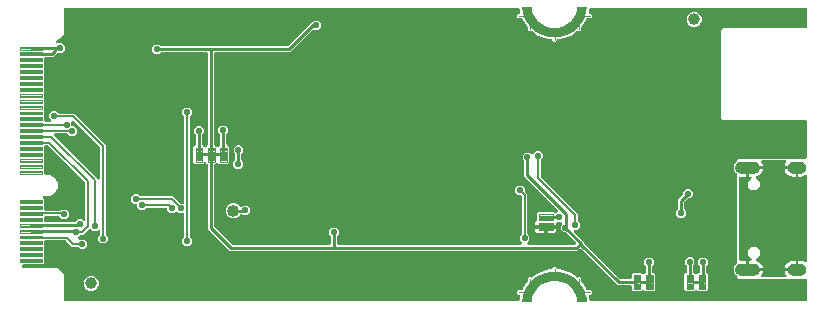
<source format=gbl>
G04 EAGLE Gerber RS-274X export*
G75*
%MOMM*%
%FSLAX34Y34*%
%LPD*%
%INBottom Copper*%
%IPPOS*%
%AMOC8*
5,1,8,0,0,1.08239X$1,22.5*%
G01*
%ADD10C,0.099059*%
%ADD11C,0.101600*%
%ADD12C,0.654000*%
%ADD13C,1.016000*%
%ADD14C,0.101500*%
%ADD15C,0.454000*%
%ADD16C,1.000000*%
%ADD17C,0.558800*%
%ADD18C,0.254000*%
%ADD19C,0.203200*%

G36*
X491196Y79010D02*
X491196Y79010D01*
X491315Y79017D01*
X491353Y79030D01*
X491394Y79035D01*
X491504Y79078D01*
X491617Y79115D01*
X491652Y79137D01*
X491689Y79152D01*
X491785Y79221D01*
X491886Y79285D01*
X491914Y79315D01*
X491947Y79338D01*
X492023Y79430D01*
X492104Y79517D01*
X492124Y79552D01*
X492149Y79583D01*
X492200Y79691D01*
X492258Y79795D01*
X492268Y79835D01*
X492285Y79871D01*
X492307Y79988D01*
X492337Y80103D01*
X492341Y80163D01*
X492345Y80183D01*
X492343Y80204D01*
X492347Y80264D01*
X492347Y80930D01*
X492959Y82812D01*
X492995Y83003D01*
X493018Y83124D01*
X493008Y83285D01*
X492999Y83441D01*
X492999Y83442D01*
X492950Y83592D01*
X492901Y83743D01*
X492900Y83744D01*
X492839Y83841D01*
X492730Y84012D01*
X492730Y84013D01*
X492656Y84082D01*
X492499Y84230D01*
X492498Y84230D01*
X492369Y84302D01*
X492220Y84384D01*
X492053Y84427D01*
X491912Y84463D01*
X491911Y84463D01*
X491752Y84473D01*
X491143Y84473D01*
X490101Y85515D01*
X490101Y86989D01*
X491143Y88031D01*
X493732Y88031D01*
X493811Y88041D01*
X493890Y88041D01*
X493968Y88061D01*
X494048Y88071D01*
X494122Y88100D01*
X494199Y88119D01*
X494269Y88158D01*
X494344Y88188D01*
X494408Y88234D01*
X494477Y88272D01*
X494536Y88327D01*
X494601Y88374D01*
X494652Y88436D01*
X494710Y88490D01*
X494753Y88558D01*
X494804Y88619D01*
X494838Y88691D01*
X494880Y88758D01*
X494939Y88907D01*
X494940Y88908D01*
X495238Y89827D01*
X498859Y94810D01*
X498933Y94945D01*
X499012Y95088D01*
X499012Y95089D01*
X499051Y95242D01*
X499091Y95396D01*
X499091Y95397D01*
X499091Y95399D01*
X499101Y95556D01*
X499101Y97989D01*
X500143Y99031D01*
X501671Y99031D01*
X501678Y99025D01*
X501697Y99017D01*
X501712Y99006D01*
X501842Y98955D01*
X501970Y98899D01*
X501990Y98896D01*
X502008Y98889D01*
X502147Y98871D01*
X502284Y98849D01*
X502304Y98851D01*
X502323Y98848D01*
X502463Y98866D01*
X502601Y98879D01*
X502619Y98885D01*
X502639Y98888D01*
X502770Y98939D01*
X502900Y98986D01*
X502917Y98997D01*
X502935Y99005D01*
X503071Y99091D01*
X508305Y102894D01*
X517202Y105785D01*
X518832Y105785D01*
X518950Y105800D01*
X519069Y105807D01*
X519107Y105820D01*
X519148Y105825D01*
X519258Y105868D01*
X519371Y105905D01*
X519406Y105927D01*
X519443Y105942D01*
X519539Y106011D01*
X519640Y106075D01*
X519668Y106105D01*
X519701Y106128D01*
X519777Y106220D01*
X519858Y106307D01*
X519878Y106342D01*
X519903Y106373D01*
X519954Y106481D01*
X520012Y106585D01*
X520022Y106625D01*
X520039Y106661D01*
X520061Y106778D01*
X520091Y106893D01*
X520095Y106953D01*
X520099Y106973D01*
X520098Y106985D01*
X521143Y108031D01*
X522617Y108031D01*
X523668Y106979D01*
X523674Y106936D01*
X523681Y106817D01*
X523694Y106779D01*
X523699Y106738D01*
X523742Y106628D01*
X523779Y106515D01*
X523801Y106480D01*
X523816Y106443D01*
X523885Y106347D01*
X523949Y106246D01*
X523979Y106218D01*
X524002Y106185D01*
X524094Y106109D01*
X524181Y106028D01*
X524216Y106008D01*
X524247Y105983D01*
X524355Y105932D01*
X524459Y105874D01*
X524499Y105864D01*
X524535Y105847D01*
X524652Y105825D01*
X524767Y105795D01*
X524827Y105791D01*
X524847Y105787D01*
X524868Y105789D01*
X524928Y105785D01*
X526558Y105785D01*
X535455Y102894D01*
X540689Y99091D01*
X540706Y99081D01*
X540721Y99068D01*
X540846Y99005D01*
X540968Y98938D01*
X540987Y98933D01*
X541004Y98924D01*
X541140Y98893D01*
X541276Y98858D01*
X541296Y98858D01*
X541315Y98854D01*
X541454Y98858D01*
X541594Y98858D01*
X541613Y98863D01*
X541633Y98864D01*
X541767Y98903D01*
X541902Y98937D01*
X541919Y98947D01*
X541938Y98952D01*
X542058Y99023D01*
X542072Y99031D01*
X543617Y99031D01*
X544659Y97989D01*
X544659Y95556D01*
X544679Y95396D01*
X544698Y95242D01*
X544698Y95241D01*
X544699Y95241D01*
X544759Y95089D01*
X544815Y94946D01*
X544815Y94945D01*
X544816Y94945D01*
X544816Y94944D01*
X544901Y94810D01*
X548522Y89827D01*
X548820Y88908D01*
X548854Y88836D01*
X548879Y88761D01*
X548922Y88693D01*
X548956Y88620D01*
X549006Y88559D01*
X549049Y88492D01*
X549107Y88437D01*
X549159Y88375D01*
X549223Y88328D01*
X549280Y88274D01*
X549351Y88235D01*
X549416Y88188D01*
X549490Y88159D01*
X549559Y88120D01*
X549637Y88100D01*
X549711Y88071D01*
X549790Y88061D01*
X549867Y88041D01*
X550026Y88031D01*
X550027Y88031D01*
X550028Y88031D01*
X552617Y88031D01*
X553659Y86989D01*
X553659Y85515D01*
X552617Y84473D01*
X552008Y84473D01*
X551842Y84452D01*
X551693Y84434D01*
X551693Y84433D01*
X551535Y84371D01*
X551398Y84317D01*
X551397Y84317D01*
X551397Y84316D01*
X551270Y84224D01*
X551140Y84130D01*
X551043Y84013D01*
X550937Y83885D01*
X550872Y83746D01*
X550802Y83598D01*
X550801Y83597D01*
X550778Y83474D01*
X550742Y83285D01*
X550752Y83124D01*
X550761Y82968D01*
X550761Y82967D01*
X550762Y82966D01*
X550801Y82812D01*
X551413Y80930D01*
X551413Y80264D01*
X551428Y80146D01*
X551435Y80027D01*
X551448Y79989D01*
X551453Y79948D01*
X551496Y79838D01*
X551533Y79725D01*
X551555Y79690D01*
X551570Y79653D01*
X551639Y79557D01*
X551703Y79456D01*
X551733Y79428D01*
X551756Y79395D01*
X551848Y79319D01*
X551935Y79238D01*
X551970Y79218D01*
X552001Y79193D01*
X552109Y79142D01*
X552213Y79084D01*
X552253Y79074D01*
X552289Y79057D01*
X552406Y79035D01*
X552521Y79005D01*
X552581Y79001D01*
X552601Y78997D01*
X552622Y78999D01*
X552682Y78995D01*
X734314Y78995D01*
X734432Y79010D01*
X734551Y79017D01*
X734589Y79030D01*
X734630Y79035D01*
X734740Y79078D01*
X734853Y79115D01*
X734888Y79137D01*
X734925Y79152D01*
X735021Y79221D01*
X735122Y79285D01*
X735150Y79315D01*
X735183Y79338D01*
X735259Y79430D01*
X735340Y79517D01*
X735360Y79552D01*
X735385Y79583D01*
X735436Y79691D01*
X735494Y79795D01*
X735504Y79835D01*
X735521Y79871D01*
X735543Y79988D01*
X735573Y80103D01*
X735577Y80163D01*
X735581Y80183D01*
X735579Y80204D01*
X735583Y80264D01*
X735583Y96774D01*
X735568Y96892D01*
X735561Y97011D01*
X735548Y97049D01*
X735543Y97090D01*
X735500Y97200D01*
X735463Y97313D01*
X735441Y97348D01*
X735426Y97385D01*
X735357Y97481D01*
X735293Y97582D01*
X735263Y97610D01*
X735240Y97643D01*
X735148Y97719D01*
X735061Y97800D01*
X735026Y97820D01*
X734995Y97845D01*
X734887Y97896D01*
X734783Y97954D01*
X734743Y97964D01*
X734707Y97981D01*
X734590Y98003D01*
X734475Y98033D01*
X734415Y98037D01*
X734395Y98041D01*
X734374Y98039D01*
X734314Y98043D01*
X677995Y98043D01*
X676655Y99383D01*
X676655Y99387D01*
X676643Y99485D01*
X676640Y99584D01*
X676623Y99642D01*
X676615Y99702D01*
X676579Y99794D01*
X676551Y99889D01*
X676521Y99942D01*
X676498Y99998D01*
X676440Y100078D01*
X676390Y100163D01*
X676324Y100239D01*
X676312Y100255D01*
X676302Y100263D01*
X676284Y100284D01*
X675953Y100615D01*
X675904Y100653D01*
X675861Y100698D01*
X675731Y100792D01*
X675357Y101027D01*
X675327Y101071D01*
X675323Y101075D01*
X675319Y101080D01*
X675204Y101180D01*
X675166Y101214D01*
X674926Y101597D01*
X674887Y101645D01*
X674855Y101698D01*
X674749Y101819D01*
X674436Y102132D01*
X674417Y102181D01*
X674413Y102186D01*
X674411Y102192D01*
X674323Y102313D01*
X674292Y102356D01*
X674143Y102783D01*
X674115Y102838D01*
X674096Y102898D01*
X674020Y103039D01*
X673784Y103413D01*
X673777Y103465D01*
X673775Y103471D01*
X673774Y103477D01*
X673714Y103616D01*
X673694Y103664D01*
X673644Y104114D01*
X673629Y104174D01*
X673624Y104236D01*
X673580Y104391D01*
X673434Y104808D01*
X673439Y104861D01*
X673438Y104866D01*
X673438Y104872D01*
X673411Y105021D01*
X673402Y105073D01*
X673453Y105522D01*
X673453Y105547D01*
X673457Y105568D01*
X673455Y105602D01*
X673461Y105645D01*
X673453Y105806D01*
X673403Y106245D01*
X673419Y106295D01*
X673420Y106302D01*
X673421Y106308D01*
X673428Y106460D01*
X673431Y106511D01*
X673580Y106937D01*
X673593Y106998D01*
X673615Y107056D01*
X673644Y107214D01*
X673693Y107654D01*
X673720Y107699D01*
X673721Y107705D01*
X673725Y107710D01*
X673765Y107858D01*
X673779Y107906D01*
X674020Y108289D01*
X674046Y108345D01*
X674080Y108397D01*
X674143Y108545D01*
X674289Y108962D01*
X674325Y109001D01*
X674328Y109006D01*
X674332Y109011D01*
X674405Y109145D01*
X674429Y109189D01*
X674749Y109509D01*
X674787Y109558D01*
X674832Y109601D01*
X674926Y109731D01*
X675123Y110045D01*
X675123Y110046D01*
X675161Y110105D01*
X675205Y110135D01*
X675209Y110139D01*
X675214Y110143D01*
X675314Y110257D01*
X675348Y110296D01*
X675731Y110536D01*
X675779Y110575D01*
X675832Y110607D01*
X675953Y110713D01*
X676284Y111044D01*
X676344Y111122D01*
X676412Y111194D01*
X676441Y111247D01*
X676478Y111295D01*
X676518Y111386D01*
X676566Y111473D01*
X676581Y111531D01*
X676605Y111587D01*
X676620Y111685D01*
X676645Y111781D01*
X676651Y111881D01*
X676655Y111901D01*
X676653Y111913D01*
X676655Y111941D01*
X676655Y185747D01*
X676643Y185845D01*
X676640Y185944D01*
X676623Y186002D01*
X676615Y186062D01*
X676579Y186154D01*
X676551Y186249D01*
X676521Y186302D01*
X676498Y186358D01*
X676440Y186438D01*
X676390Y186523D01*
X676324Y186599D01*
X676312Y186615D01*
X676302Y186623D01*
X676284Y186644D01*
X675953Y186975D01*
X675904Y187013D01*
X675861Y187058D01*
X675731Y187152D01*
X675356Y187387D01*
X675327Y187431D01*
X675322Y187435D01*
X675319Y187440D01*
X675202Y187542D01*
X675166Y187574D01*
X674926Y187957D01*
X674887Y188005D01*
X674855Y188058D01*
X674749Y188179D01*
X674436Y188492D01*
X674417Y188541D01*
X674413Y188546D01*
X674411Y188552D01*
X674322Y188675D01*
X674292Y188716D01*
X674143Y189143D01*
X674115Y189198D01*
X674096Y189258D01*
X674020Y189399D01*
X673784Y189773D01*
X673777Y189826D01*
X673775Y189831D01*
X673774Y189837D01*
X673713Y189978D01*
X673694Y190024D01*
X673644Y190474D01*
X673629Y190534D01*
X673624Y190596D01*
X673580Y190751D01*
X673434Y191168D01*
X673439Y191221D01*
X673438Y191226D01*
X673438Y191232D01*
X673411Y191382D01*
X673402Y191433D01*
X673453Y191882D01*
X673452Y191944D01*
X673461Y192005D01*
X673453Y192166D01*
X673403Y192605D01*
X673419Y192656D01*
X673420Y192662D01*
X673421Y192667D01*
X673428Y192820D01*
X673431Y192871D01*
X673580Y193297D01*
X673593Y193358D01*
X673615Y193416D01*
X673644Y193574D01*
X673693Y194014D01*
X673720Y194059D01*
X673721Y194065D01*
X673724Y194070D01*
X673765Y194217D01*
X673779Y194266D01*
X674020Y194649D01*
X674046Y194705D01*
X674080Y194757D01*
X674143Y194905D01*
X674289Y195322D01*
X674325Y195361D01*
X674328Y195366D01*
X674332Y195370D01*
X674405Y195505D01*
X674429Y195549D01*
X674749Y195869D01*
X674787Y195918D01*
X674832Y195961D01*
X674926Y196091D01*
X675161Y196465D01*
X675205Y196495D01*
X675209Y196499D01*
X675214Y196503D01*
X675314Y196617D01*
X675348Y196656D01*
X675731Y196896D01*
X675779Y196935D01*
X675832Y196967D01*
X675953Y197073D01*
X676284Y197404D01*
X676344Y197482D01*
X676412Y197554D01*
X676436Y197598D01*
X676457Y197624D01*
X676463Y197635D01*
X676478Y197655D01*
X676518Y197746D01*
X676566Y197833D01*
X676577Y197878D01*
X676593Y197911D01*
X676596Y197926D01*
X676605Y197947D01*
X676615Y198011D01*
X677995Y199391D01*
X734314Y199391D01*
X734432Y199406D01*
X734551Y199413D01*
X734589Y199426D01*
X734630Y199431D01*
X734740Y199474D01*
X734853Y199511D01*
X734888Y199533D01*
X734925Y199548D01*
X735021Y199617D01*
X735122Y199681D01*
X735150Y199711D01*
X735183Y199734D01*
X735259Y199826D01*
X735340Y199913D01*
X735360Y199948D01*
X735385Y199979D01*
X735436Y200087D01*
X735494Y200191D01*
X735504Y200231D01*
X735521Y200267D01*
X735543Y200384D01*
X735573Y200499D01*
X735577Y200559D01*
X735581Y200579D01*
X735579Y200600D01*
X735583Y200660D01*
X735583Y230646D01*
X735569Y230762D01*
X735562Y230879D01*
X735549Y230919D01*
X735543Y230962D01*
X735500Y231070D01*
X735465Y231182D01*
X735442Y231218D01*
X735426Y231257D01*
X735358Y231352D01*
X735296Y231451D01*
X735265Y231480D01*
X735240Y231515D01*
X735149Y231589D01*
X735065Y231670D01*
X735027Y231690D01*
X734995Y231718D01*
X734889Y231767D01*
X734787Y231824D01*
X734745Y231835D01*
X734707Y231853D01*
X734592Y231875D01*
X734479Y231905D01*
X734415Y231909D01*
X734395Y231913D01*
X734375Y231912D01*
X734318Y231916D01*
X665987Y232155D01*
X665985Y232155D01*
X665983Y232155D01*
X664825Y232155D01*
X664009Y232976D01*
X664008Y232977D01*
X664006Y232980D01*
X663189Y233796D01*
X663193Y234951D01*
X663193Y234952D01*
X663193Y234955D01*
X663193Y305919D01*
X663188Y305964D01*
X663193Y307595D01*
X663193Y307596D01*
X663193Y307599D01*
X663193Y308757D01*
X664014Y309573D01*
X664015Y309574D01*
X664017Y309576D01*
X664834Y310393D01*
X665989Y310389D01*
X665990Y310389D01*
X665993Y310389D01*
X667585Y310389D01*
X667618Y310387D01*
X667637Y310383D01*
X667648Y310384D01*
X667673Y310383D01*
X734310Y310149D01*
X734430Y310164D01*
X734551Y310171D01*
X734587Y310183D01*
X734625Y310188D01*
X734738Y310232D01*
X734853Y310269D01*
X734886Y310290D01*
X734921Y310304D01*
X735020Y310375D01*
X735122Y310440D01*
X735148Y310467D01*
X735179Y310490D01*
X735257Y310583D01*
X735340Y310671D01*
X735359Y310705D01*
X735383Y310734D01*
X735435Y310843D01*
X735494Y310950D01*
X735503Y310987D01*
X735520Y311021D01*
X735543Y311140D01*
X735573Y311258D01*
X735577Y311314D01*
X735580Y311333D01*
X735579Y311354D01*
X735583Y311418D01*
X735583Y326136D01*
X735568Y326254D01*
X735561Y326373D01*
X735548Y326411D01*
X735543Y326452D01*
X735500Y326562D01*
X735463Y326675D01*
X735441Y326710D01*
X735426Y326747D01*
X735357Y326843D01*
X735293Y326944D01*
X735263Y326972D01*
X735240Y327005D01*
X735148Y327081D01*
X735061Y327162D01*
X735026Y327182D01*
X734995Y327207D01*
X734887Y327258D01*
X734783Y327316D01*
X734743Y327326D01*
X734707Y327343D01*
X734590Y327365D01*
X734475Y327395D01*
X734415Y327399D01*
X734395Y327403D01*
X734374Y327401D01*
X734314Y327405D01*
X552622Y327405D01*
X552504Y327390D01*
X552385Y327383D01*
X552347Y327370D01*
X552306Y327365D01*
X552196Y327322D01*
X552083Y327285D01*
X552048Y327263D01*
X552011Y327248D01*
X551915Y327179D01*
X551814Y327115D01*
X551786Y327085D01*
X551753Y327062D01*
X551677Y326970D01*
X551596Y326883D01*
X551576Y326848D01*
X551551Y326817D01*
X551500Y326709D01*
X551442Y326605D01*
X551432Y326565D01*
X551415Y326529D01*
X551393Y326412D01*
X551363Y326297D01*
X551359Y326237D01*
X551355Y326217D01*
X551357Y326196D01*
X551353Y326136D01*
X551353Y325470D01*
X550741Y323588D01*
X550700Y323371D01*
X550682Y323276D01*
X550695Y323067D01*
X550701Y322959D01*
X550701Y322958D01*
X550750Y322808D01*
X550799Y322657D01*
X550800Y322656D01*
X550888Y322516D01*
X550970Y322388D01*
X550970Y322387D01*
X551085Y322279D01*
X551201Y322170D01*
X551202Y322170D01*
X551331Y322098D01*
X551480Y322016D01*
X551647Y321973D01*
X551788Y321937D01*
X551789Y321937D01*
X551948Y321927D01*
X552557Y321927D01*
X553599Y320885D01*
X553599Y319411D01*
X552557Y318369D01*
X549968Y318369D01*
X549889Y318359D01*
X549810Y318359D01*
X549732Y318339D01*
X549652Y318329D01*
X549578Y318300D01*
X549501Y318281D01*
X549431Y318242D01*
X549356Y318212D01*
X549292Y318166D01*
X549223Y318128D01*
X549164Y318073D01*
X549099Y318026D01*
X549048Y317964D01*
X548991Y317910D01*
X548947Y317842D01*
X548896Y317781D01*
X548862Y317709D01*
X548820Y317642D01*
X548761Y317493D01*
X548760Y317492D01*
X548462Y316573D01*
X544841Y311590D01*
X544766Y311454D01*
X544688Y311312D01*
X544688Y311311D01*
X544642Y311133D01*
X544609Y311004D01*
X544609Y311003D01*
X544609Y311001D01*
X544599Y310844D01*
X544599Y308411D01*
X543557Y307369D01*
X542029Y307369D01*
X542022Y307375D01*
X542003Y307383D01*
X541988Y307394D01*
X541858Y307445D01*
X541730Y307501D01*
X541710Y307504D01*
X541692Y307511D01*
X541553Y307529D01*
X541416Y307551D01*
X541396Y307549D01*
X541377Y307552D01*
X541237Y307534D01*
X541099Y307521D01*
X541081Y307515D01*
X541061Y307512D01*
X540930Y307461D01*
X540800Y307414D01*
X540783Y307403D01*
X540765Y307395D01*
X540629Y307309D01*
X535395Y303506D01*
X526498Y300615D01*
X524868Y300615D01*
X524750Y300600D01*
X524631Y300593D01*
X524593Y300580D01*
X524552Y300575D01*
X524442Y300532D01*
X524329Y300495D01*
X524294Y300473D01*
X524257Y300458D01*
X524161Y300389D01*
X524060Y300325D01*
X524032Y300295D01*
X523999Y300272D01*
X523923Y300180D01*
X523842Y300093D01*
X523822Y300058D01*
X523797Y300027D01*
X523746Y299919D01*
X523688Y299815D01*
X523678Y299775D01*
X523661Y299739D01*
X523639Y299622D01*
X523609Y299507D01*
X523605Y299447D01*
X523601Y299427D01*
X523602Y299415D01*
X522557Y298369D01*
X521083Y298369D01*
X520032Y299421D01*
X520026Y299464D01*
X520019Y299583D01*
X520006Y299621D01*
X520001Y299662D01*
X519958Y299772D01*
X519921Y299885D01*
X519899Y299920D01*
X519884Y299957D01*
X519815Y300053D01*
X519751Y300154D01*
X519721Y300182D01*
X519698Y300215D01*
X519606Y300291D01*
X519519Y300372D01*
X519484Y300392D01*
X519453Y300417D01*
X519345Y300468D01*
X519241Y300526D01*
X519201Y300536D01*
X519165Y300553D01*
X519048Y300575D01*
X518933Y300605D01*
X518873Y300609D01*
X518853Y300613D01*
X518832Y300611D01*
X518772Y300615D01*
X517142Y300615D01*
X508245Y303506D01*
X503011Y307309D01*
X502994Y307319D01*
X502979Y307332D01*
X502855Y307395D01*
X502732Y307462D01*
X502713Y307467D01*
X502696Y307476D01*
X502560Y307507D01*
X502424Y307542D01*
X502405Y307542D01*
X502385Y307546D01*
X502246Y307542D01*
X502106Y307542D01*
X502087Y307537D01*
X502068Y307536D01*
X501933Y307497D01*
X501798Y307463D01*
X501781Y307453D01*
X501762Y307448D01*
X501642Y307377D01*
X501628Y307369D01*
X500083Y307369D01*
X499041Y308411D01*
X499041Y310844D01*
X499023Y310986D01*
X499002Y311158D01*
X499002Y311159D01*
X499001Y311159D01*
X498955Y311278D01*
X498885Y311454D01*
X498885Y311455D01*
X498884Y311455D01*
X498884Y311456D01*
X498799Y311590D01*
X495178Y316573D01*
X494880Y317492D01*
X494846Y317564D01*
X494821Y317639D01*
X494778Y317707D01*
X494744Y317780D01*
X494694Y317841D01*
X494651Y317908D01*
X494593Y317963D01*
X494542Y318025D01*
X494477Y318072D01*
X494420Y318126D01*
X494349Y318165D01*
X494284Y318212D01*
X494210Y318241D01*
X494141Y318280D01*
X494063Y318300D01*
X493989Y318329D01*
X493910Y318339D01*
X493833Y318359D01*
X493674Y318369D01*
X493673Y318369D01*
X493672Y318369D01*
X491083Y318369D01*
X490041Y319411D01*
X490041Y320885D01*
X491083Y321927D01*
X491692Y321927D01*
X491858Y321948D01*
X492007Y321966D01*
X492007Y321967D01*
X492165Y322029D01*
X492302Y322083D01*
X492303Y322083D01*
X492303Y322084D01*
X492422Y322170D01*
X492560Y322270D01*
X492639Y322366D01*
X492763Y322515D01*
X492814Y322623D01*
X492898Y322802D01*
X492899Y322803D01*
X492919Y322911D01*
X492958Y323115D01*
X492950Y323246D01*
X492939Y323432D01*
X492939Y323433D01*
X492938Y323434D01*
X492899Y323588D01*
X492287Y325470D01*
X492287Y326136D01*
X492272Y326254D01*
X492265Y326373D01*
X492252Y326411D01*
X492247Y326452D01*
X492204Y326562D01*
X492167Y326675D01*
X492145Y326710D01*
X492130Y326747D01*
X492061Y326843D01*
X491997Y326944D01*
X491967Y326972D01*
X491944Y327005D01*
X491852Y327081D01*
X491765Y327162D01*
X491730Y327182D01*
X491699Y327207D01*
X491591Y327258D01*
X491487Y327316D01*
X491447Y327326D01*
X491411Y327343D01*
X491294Y327365D01*
X491179Y327395D01*
X491119Y327399D01*
X491099Y327403D01*
X491078Y327401D01*
X491018Y327405D01*
X107564Y327405D01*
X107446Y327390D01*
X107327Y327383D01*
X107289Y327370D01*
X107248Y327365D01*
X107138Y327322D01*
X107025Y327285D01*
X106990Y327263D01*
X106953Y327248D01*
X106857Y327179D01*
X106756Y327115D01*
X106728Y327085D01*
X106695Y327062D01*
X106619Y326970D01*
X106538Y326883D01*
X106518Y326848D01*
X106493Y326817D01*
X106442Y326709D01*
X106384Y326605D01*
X106374Y326565D01*
X106357Y326529D01*
X106335Y326412D01*
X106305Y326297D01*
X106301Y326237D01*
X106297Y326217D01*
X106299Y326196D01*
X106295Y326136D01*
X106295Y308697D01*
X106301Y308649D01*
X106298Y308600D01*
X106316Y308517D01*
X106317Y308492D01*
X106323Y308474D01*
X106335Y308381D01*
X106353Y308336D01*
X106362Y308288D01*
X106386Y308239D01*
X106299Y307139D01*
X106300Y307117D01*
X106295Y307038D01*
X106295Y305948D01*
X106294Y305946D01*
X106257Y305841D01*
X106213Y305739D01*
X106206Y305691D01*
X106190Y305645D01*
X106167Y305486D01*
X106129Y305005D01*
X105700Y304333D01*
X105700Y304332D01*
X104001Y301666D01*
X100427Y299638D01*
X100306Y299548D01*
X100184Y299460D01*
X100179Y299453D01*
X100172Y299448D01*
X100078Y299331D01*
X99981Y299215D01*
X99978Y299207D01*
X99972Y299200D01*
X99910Y299062D01*
X99846Y298927D01*
X99844Y298918D01*
X99841Y298911D01*
X99814Y298761D01*
X99786Y298614D01*
X99787Y298606D01*
X99785Y298597D01*
X99797Y298447D01*
X99806Y298297D01*
X99809Y298289D01*
X99809Y298280D01*
X99858Y298137D01*
X99904Y297995D01*
X99908Y297987D01*
X99911Y297979D01*
X99994Y297853D01*
X100074Y297726D01*
X100080Y297720D01*
X100085Y297713D01*
X100196Y297612D01*
X100306Y297508D01*
X100313Y297504D01*
X100320Y297498D01*
X100452Y297427D01*
X100584Y297354D01*
X100593Y297352D01*
X100600Y297348D01*
X100747Y297312D01*
X100892Y297275D01*
X100904Y297274D01*
X100909Y297273D01*
X100922Y297273D01*
X101053Y297265D01*
X104724Y297265D01*
X107105Y294884D01*
X107105Y291516D01*
X104724Y289135D01*
X101400Y289135D01*
X101302Y289123D01*
X101203Y289120D01*
X101145Y289103D01*
X101085Y289095D01*
X100993Y289059D01*
X100897Y289031D01*
X100845Y289001D01*
X100789Y288978D01*
X100709Y288920D01*
X100624Y288870D01*
X100548Y288804D01*
X100532Y288792D01*
X100524Y288782D01*
X100503Y288764D01*
X97398Y285659D01*
X91040Y285659D01*
X90922Y285644D01*
X90803Y285637D01*
X90765Y285624D01*
X90724Y285619D01*
X90614Y285576D01*
X90501Y285539D01*
X90466Y285517D01*
X90429Y285502D01*
X90333Y285433D01*
X90232Y285369D01*
X90204Y285339D01*
X90171Y285316D01*
X90095Y285224D01*
X90014Y285137D01*
X89994Y285102D01*
X89969Y285071D01*
X89918Y284963D01*
X89860Y284859D01*
X89850Y284819D01*
X89833Y284783D01*
X89811Y284666D01*
X89781Y284551D01*
X89777Y284491D01*
X89773Y284471D01*
X89775Y284450D01*
X89771Y284390D01*
X89771Y231836D01*
X89786Y231718D01*
X89793Y231599D01*
X89806Y231561D01*
X89811Y231520D01*
X89854Y231410D01*
X89891Y231297D01*
X89913Y231262D01*
X89928Y231225D01*
X89997Y231129D01*
X90061Y231028D01*
X90091Y231000D01*
X90114Y230967D01*
X90206Y230891D01*
X90293Y230810D01*
X90328Y230790D01*
X90359Y230765D01*
X90467Y230714D01*
X90571Y230656D01*
X90611Y230646D01*
X90647Y230629D01*
X90764Y230607D01*
X90879Y230577D01*
X90939Y230573D01*
X90959Y230569D01*
X90980Y230571D01*
X91040Y230567D01*
X94377Y230567D01*
X94515Y230584D01*
X94653Y230597D01*
X94672Y230604D01*
X94692Y230607D01*
X94821Y230658D01*
X94952Y230705D01*
X94969Y230716D01*
X94988Y230724D01*
X95100Y230805D01*
X95215Y230883D01*
X95229Y230899D01*
X95245Y230910D01*
X95334Y231018D01*
X95426Y231122D01*
X95435Y231140D01*
X95448Y231155D01*
X95507Y231281D01*
X95570Y231405D01*
X95575Y231425D01*
X95584Y231443D01*
X95610Y231580D01*
X95640Y231715D01*
X95640Y231736D01*
X95643Y231755D01*
X95635Y231893D01*
X95630Y232033D01*
X95625Y232053D01*
X95624Y232073D01*
X95581Y232205D01*
X95542Y232339D01*
X95532Y232356D01*
X95526Y232375D01*
X95451Y232493D01*
X95381Y232613D01*
X95362Y232634D01*
X95355Y232644D01*
X95340Y232658D01*
X95274Y232733D01*
X94233Y233774D01*
X94233Y237142D01*
X96614Y239523D01*
X99982Y239523D01*
X101388Y238116D01*
X101466Y238056D01*
X101538Y237988D01*
X101591Y237959D01*
X101639Y237922D01*
X101730Y237882D01*
X101817Y237834D01*
X101875Y237819D01*
X101931Y237795D01*
X102029Y237780D01*
X102125Y237755D01*
X102225Y237749D01*
X102245Y237745D01*
X102257Y237747D01*
X102285Y237745D01*
X114855Y237745D01*
X141733Y210867D01*
X141733Y135813D01*
X141745Y135715D01*
X141748Y135616D01*
X141765Y135558D01*
X141773Y135498D01*
X141809Y135406D01*
X141837Y135311D01*
X141867Y135259D01*
X141890Y135202D01*
X141948Y135122D01*
X141998Y135037D01*
X142064Y134961D01*
X142076Y134945D01*
X142086Y134937D01*
X142104Y134916D01*
X143511Y133510D01*
X143511Y130142D01*
X141130Y127761D01*
X137762Y127761D01*
X135381Y130142D01*
X135381Y133510D01*
X136788Y134916D01*
X136848Y134994D01*
X136916Y135066D01*
X136945Y135119D01*
X136982Y135167D01*
X137022Y135258D01*
X137070Y135345D01*
X137085Y135403D01*
X137109Y135459D01*
X137124Y135557D01*
X137149Y135653D01*
X137155Y135753D01*
X137159Y135773D01*
X137157Y135785D01*
X137159Y135813D01*
X137159Y137999D01*
X137142Y138137D01*
X137129Y138275D01*
X137122Y138294D01*
X137119Y138314D01*
X137068Y138443D01*
X137021Y138574D01*
X137010Y138591D01*
X137002Y138610D01*
X136921Y138722D01*
X136843Y138837D01*
X136827Y138851D01*
X136816Y138867D01*
X136708Y138956D01*
X136604Y139048D01*
X136586Y139057D01*
X136571Y139070D01*
X136445Y139129D01*
X136321Y139192D01*
X136301Y139197D01*
X136283Y139206D01*
X136146Y139232D01*
X136011Y139262D01*
X135990Y139262D01*
X135971Y139265D01*
X135832Y139257D01*
X135693Y139252D01*
X135673Y139247D01*
X135653Y139246D01*
X135521Y139203D01*
X135387Y139164D01*
X135370Y139154D01*
X135351Y139148D01*
X135233Y139073D01*
X135113Y139003D01*
X135092Y138984D01*
X135082Y138977D01*
X135068Y138962D01*
X134993Y138896D01*
X134526Y138429D01*
X131158Y138429D01*
X129688Y139899D01*
X129594Y139972D01*
X129505Y140051D01*
X129469Y140069D01*
X129437Y140094D01*
X129328Y140142D01*
X129222Y140196D01*
X129182Y140205D01*
X129145Y140221D01*
X129027Y140239D01*
X128911Y140265D01*
X128871Y140264D01*
X128831Y140270D01*
X128712Y140259D01*
X128594Y140256D01*
X128555Y140244D01*
X128514Y140241D01*
X128402Y140200D01*
X128288Y140167D01*
X128253Y140147D01*
X128215Y140133D01*
X128116Y140066D01*
X128014Y140006D01*
X127969Y139966D01*
X127952Y139954D01*
X127939Y139939D01*
X127893Y139899D01*
X124578Y136585D01*
X122867Y134873D01*
X121081Y134873D01*
X120983Y134861D01*
X120884Y134858D01*
X120826Y134841D01*
X120766Y134833D01*
X120674Y134797D01*
X120579Y134769D01*
X120526Y134739D01*
X120470Y134716D01*
X120390Y134658D01*
X120305Y134608D01*
X120229Y134542D01*
X120213Y134530D01*
X120205Y134520D01*
X120184Y134502D01*
X118914Y133231D01*
X118829Y133122D01*
X118740Y133015D01*
X118731Y132996D01*
X118719Y132980D01*
X118663Y132852D01*
X118604Y132727D01*
X118601Y132707D01*
X118593Y132688D01*
X118571Y132550D01*
X118545Y132414D01*
X118546Y132394D01*
X118543Y132374D01*
X118556Y132235D01*
X118564Y132097D01*
X118571Y132078D01*
X118573Y132058D01*
X118620Y131926D01*
X118662Y131795D01*
X118673Y131777D01*
X118680Y131758D01*
X118758Y131643D01*
X118833Y131526D01*
X118847Y131512D01*
X118859Y131495D01*
X118963Y131403D01*
X119064Y131308D01*
X119082Y131298D01*
X119097Y131285D01*
X119221Y131221D01*
X119343Y131154D01*
X119362Y131149D01*
X119380Y131140D01*
X119516Y131110D01*
X119651Y131075D01*
X119679Y131073D01*
X119691Y131070D01*
X119711Y131071D01*
X119811Y131065D01*
X123604Y131065D01*
X125985Y128684D01*
X125985Y125316D01*
X123604Y122935D01*
X120236Y122935D01*
X118830Y124342D01*
X118752Y124402D01*
X118680Y124470D01*
X118627Y124499D01*
X118579Y124536D01*
X118488Y124576D01*
X118401Y124624D01*
X118343Y124639D01*
X118287Y124663D01*
X118189Y124678D01*
X118093Y124703D01*
X117993Y124709D01*
X117973Y124713D01*
X117961Y124711D01*
X117933Y124713D01*
X113607Y124713D01*
X108287Y130034D01*
X108208Y130094D01*
X108136Y130162D01*
X108083Y130191D01*
X108035Y130228D01*
X107944Y130268D01*
X107858Y130316D01*
X107799Y130331D01*
X107743Y130355D01*
X107645Y130370D01*
X107550Y130395D01*
X107450Y130401D01*
X107429Y130405D01*
X107417Y130403D01*
X107389Y130405D01*
X91040Y130405D01*
X90922Y130390D01*
X90803Y130383D01*
X90765Y130370D01*
X90724Y130365D01*
X90614Y130322D01*
X90501Y130285D01*
X90466Y130263D01*
X90429Y130248D01*
X90333Y130179D01*
X90232Y130115D01*
X90204Y130085D01*
X90171Y130062D01*
X90095Y129970D01*
X90014Y129883D01*
X89994Y129848D01*
X89969Y129817D01*
X89918Y129709D01*
X89860Y129605D01*
X89850Y129565D01*
X89833Y129529D01*
X89811Y129412D01*
X89781Y129297D01*
X89777Y129237D01*
X89773Y129217D01*
X89775Y129196D01*
X89771Y129136D01*
X89771Y111221D01*
X88729Y110179D01*
X72148Y110179D01*
X72030Y110164D01*
X71911Y110157D01*
X71873Y110144D01*
X71832Y110139D01*
X71722Y110096D01*
X71609Y110059D01*
X71574Y110037D01*
X71537Y110022D01*
X71441Y109953D01*
X71340Y109889D01*
X71312Y109859D01*
X71279Y109836D01*
X71203Y109744D01*
X71122Y109657D01*
X71102Y109622D01*
X71077Y109591D01*
X71026Y109483D01*
X70968Y109379D01*
X70958Y109339D01*
X70941Y109303D01*
X70919Y109186D01*
X70889Y109071D01*
X70885Y109011D01*
X70881Y108991D01*
X70883Y108970D01*
X70879Y108910D01*
X70879Y108014D01*
X70894Y107896D01*
X70901Y107777D01*
X70914Y107739D01*
X70919Y107698D01*
X70962Y107588D01*
X70999Y107475D01*
X71021Y107440D01*
X71036Y107403D01*
X71105Y107307D01*
X71169Y107206D01*
X71199Y107178D01*
X71222Y107145D01*
X71314Y107069D01*
X71401Y106988D01*
X71436Y106968D01*
X71467Y106943D01*
X71575Y106892D01*
X71679Y106834D01*
X71719Y106824D01*
X71755Y106807D01*
X71872Y106785D01*
X71987Y106755D01*
X72047Y106751D01*
X72067Y106747D01*
X72088Y106749D01*
X72148Y106745D01*
X96860Y106745D01*
X96947Y106756D01*
X97035Y106757D01*
X97088Y106771D01*
X98514Y106745D01*
X98522Y106746D01*
X98538Y106745D01*
X99967Y106745D01*
X100030Y106727D01*
X100160Y106717D01*
X100173Y106714D01*
X100179Y106715D01*
X100191Y106714D01*
X100544Y106708D01*
X104018Y104752D01*
X106149Y101383D01*
X106182Y100911D01*
X106193Y100857D01*
X106194Y100802D01*
X106224Y100701D01*
X106244Y100599D01*
X106268Y100549D01*
X106283Y100496D01*
X106295Y100476D01*
X106295Y99342D01*
X106297Y99320D01*
X106298Y99253D01*
X106377Y98120D01*
X106358Y98048D01*
X106324Y97949D01*
X106319Y97894D01*
X106305Y97841D01*
X106295Y97680D01*
X106295Y80264D01*
X106310Y80146D01*
X106317Y80027D01*
X106330Y79989D01*
X106335Y79948D01*
X106378Y79838D01*
X106415Y79725D01*
X106437Y79690D01*
X106452Y79653D01*
X106521Y79557D01*
X106585Y79456D01*
X106615Y79428D01*
X106638Y79395D01*
X106730Y79319D01*
X106817Y79238D01*
X106852Y79218D01*
X106883Y79193D01*
X106991Y79142D01*
X107095Y79084D01*
X107135Y79074D01*
X107171Y79057D01*
X107288Y79035D01*
X107403Y79005D01*
X107463Y79001D01*
X107483Y78997D01*
X107504Y78999D01*
X107564Y78995D01*
X491078Y78995D01*
X491196Y79010D01*
G37*
%LPC*%
G36*
X588155Y87375D02*
X588155Y87375D01*
X587120Y88410D01*
X587120Y91186D01*
X587105Y91304D01*
X587098Y91423D01*
X587085Y91461D01*
X587080Y91502D01*
X587037Y91612D01*
X587000Y91725D01*
X586978Y91760D01*
X586963Y91797D01*
X586894Y91893D01*
X586830Y91994D01*
X586800Y92022D01*
X586777Y92055D01*
X586685Y92131D01*
X586598Y92212D01*
X586563Y92232D01*
X586532Y92257D01*
X586424Y92308D01*
X586320Y92366D01*
X586280Y92376D01*
X586244Y92393D01*
X586127Y92415D01*
X586012Y92445D01*
X585952Y92449D01*
X585932Y92453D01*
X585911Y92451D01*
X585851Y92455D01*
X575274Y92455D01*
X573414Y94315D01*
X544712Y123017D01*
X544617Y123090D01*
X544528Y123169D01*
X544492Y123187D01*
X544460Y123212D01*
X544351Y123260D01*
X544245Y123314D01*
X544206Y123323D01*
X544168Y123339D01*
X544051Y123357D01*
X543935Y123383D01*
X543894Y123382D01*
X543854Y123388D01*
X543736Y123377D01*
X543617Y123374D01*
X543578Y123362D01*
X543538Y123359D01*
X543425Y123318D01*
X543311Y123285D01*
X543277Y123265D01*
X543238Y123251D01*
X543140Y123184D01*
X543037Y123124D01*
X542992Y123084D01*
X542975Y123072D01*
X542962Y123057D01*
X542917Y123017D01*
X541564Y121665D01*
X246852Y121665D01*
X228599Y139918D01*
X228599Y194056D01*
X228584Y194174D01*
X228577Y194293D01*
X228564Y194331D01*
X228559Y194372D01*
X228516Y194482D01*
X228479Y194595D01*
X228457Y194630D01*
X228442Y194667D01*
X228373Y194763D01*
X228309Y194864D01*
X228279Y194892D01*
X228256Y194925D01*
X228164Y195001D01*
X228077Y195082D01*
X228042Y195102D01*
X228011Y195127D01*
X227903Y195178D01*
X227799Y195236D01*
X227759Y195246D01*
X227723Y195263D01*
X227650Y195277D01*
X226831Y196097D01*
X226737Y196169D01*
X226647Y196248D01*
X226611Y196267D01*
X226579Y196291D01*
X226470Y196339D01*
X226364Y196393D01*
X226325Y196402D01*
X226287Y196418D01*
X226170Y196437D01*
X226054Y196463D01*
X226013Y196461D01*
X225973Y196468D01*
X225855Y196457D01*
X225736Y196453D01*
X225697Y196442D01*
X225657Y196438D01*
X225544Y196398D01*
X225430Y196364D01*
X225396Y196344D01*
X225357Y196330D01*
X225259Y196263D01*
X225156Y196203D01*
X225111Y196163D01*
X225094Y196152D01*
X225081Y196136D01*
X225036Y196097D01*
X224264Y195325D01*
X217188Y195325D01*
X216153Y196360D01*
X216153Y209532D01*
X217227Y210606D01*
X217232Y210607D01*
X217342Y210650D01*
X217455Y210687D01*
X217490Y210709D01*
X217527Y210724D01*
X217623Y210793D01*
X217724Y210857D01*
X217752Y210887D01*
X217785Y210910D01*
X217861Y211002D01*
X217942Y211089D01*
X217962Y211124D01*
X217987Y211155D01*
X218038Y211263D01*
X218096Y211367D01*
X218106Y211407D01*
X218123Y211443D01*
X218145Y211560D01*
X218175Y211675D01*
X218179Y211735D01*
X218183Y211755D01*
X218181Y211776D01*
X218185Y211836D01*
X218185Y219787D01*
X218173Y219885D01*
X218170Y219984D01*
X218153Y220042D01*
X218145Y220102D01*
X218109Y220194D01*
X218081Y220289D01*
X218051Y220341D01*
X218028Y220398D01*
X217970Y220478D01*
X217920Y220563D01*
X217854Y220639D01*
X217842Y220655D01*
X217832Y220663D01*
X217814Y220684D01*
X216915Y221582D01*
X216915Y224950D01*
X219296Y227331D01*
X222664Y227331D01*
X225045Y224950D01*
X225045Y221582D01*
X223638Y220176D01*
X223578Y220098D01*
X223510Y220026D01*
X223481Y219973D01*
X223444Y219925D01*
X223404Y219834D01*
X223356Y219747D01*
X223341Y219689D01*
X223317Y219633D01*
X223302Y219535D01*
X223277Y219439D01*
X223271Y219339D01*
X223267Y219319D01*
X223269Y219307D01*
X223267Y219279D01*
X223267Y211836D01*
X223282Y211718D01*
X223289Y211599D01*
X223302Y211561D01*
X223307Y211520D01*
X223350Y211410D01*
X223387Y211297D01*
X223409Y211262D01*
X223424Y211225D01*
X223493Y211129D01*
X223557Y211028D01*
X223587Y211000D01*
X223610Y210967D01*
X223702Y210891D01*
X223789Y210810D01*
X223824Y210790D01*
X223855Y210765D01*
X223963Y210714D01*
X224067Y210656D01*
X224107Y210646D01*
X224143Y210629D01*
X224216Y210615D01*
X225036Y209795D01*
X225130Y209722D01*
X225219Y209644D01*
X225255Y209625D01*
X225287Y209601D01*
X225396Y209553D01*
X225502Y209499D01*
X225541Y209490D01*
X225579Y209474D01*
X225696Y209455D01*
X225812Y209429D01*
X225853Y209431D01*
X225893Y209424D01*
X226011Y209435D01*
X226130Y209439D01*
X226169Y209450D01*
X226209Y209454D01*
X226321Y209494D01*
X226436Y209528D01*
X226471Y209548D01*
X226509Y209562D01*
X226607Y209629D01*
X226710Y209689D01*
X226755Y209729D01*
X226772Y209740D01*
X226785Y209756D01*
X226831Y209795D01*
X227641Y210606D01*
X227646Y210607D01*
X227756Y210650D01*
X227869Y210687D01*
X227904Y210709D01*
X227941Y210724D01*
X228037Y210793D01*
X228138Y210857D01*
X228166Y210887D01*
X228199Y210910D01*
X228275Y211002D01*
X228356Y211089D01*
X228376Y211124D01*
X228401Y211155D01*
X228452Y211263D01*
X228510Y211367D01*
X228520Y211407D01*
X228537Y211443D01*
X228559Y211560D01*
X228589Y211675D01*
X228593Y211735D01*
X228597Y211755D01*
X228595Y211776D01*
X228599Y211836D01*
X228599Y288290D01*
X228584Y288408D01*
X228577Y288527D01*
X228564Y288565D01*
X228559Y288606D01*
X228516Y288716D01*
X228479Y288829D01*
X228457Y288864D01*
X228442Y288901D01*
X228373Y288997D01*
X228309Y289098D01*
X228279Y289126D01*
X228256Y289159D01*
X228164Y289235D01*
X228077Y289316D01*
X228042Y289336D01*
X228011Y289361D01*
X227903Y289412D01*
X227799Y289470D01*
X227759Y289480D01*
X227723Y289497D01*
X227606Y289519D01*
X227491Y289549D01*
X227431Y289553D01*
X227411Y289557D01*
X227390Y289555D01*
X227330Y289559D01*
X189153Y289559D01*
X189055Y289547D01*
X188956Y289544D01*
X188898Y289527D01*
X188838Y289519D01*
X188746Y289483D01*
X188651Y289455D01*
X188598Y289425D01*
X188542Y289402D01*
X188462Y289344D01*
X188377Y289294D01*
X188301Y289228D01*
X188285Y289216D01*
X188277Y289206D01*
X188256Y289188D01*
X187104Y288035D01*
X183736Y288035D01*
X181355Y290416D01*
X181355Y293784D01*
X183736Y296165D01*
X187104Y296165D01*
X188256Y295012D01*
X188334Y294952D01*
X188406Y294884D01*
X188459Y294855D01*
X188507Y294818D01*
X188598Y294778D01*
X188685Y294730D01*
X188743Y294715D01*
X188799Y294691D01*
X188897Y294676D01*
X188993Y294651D01*
X189093Y294645D01*
X189113Y294641D01*
X189125Y294643D01*
X189153Y294641D01*
X295602Y294641D01*
X295700Y294653D01*
X295799Y294656D01*
X295857Y294673D01*
X295917Y294681D01*
X296009Y294717D01*
X296105Y294745D01*
X296157Y294775D01*
X296213Y294798D01*
X296293Y294856D01*
X296378Y294906D01*
X296454Y294972D01*
X296470Y294984D01*
X296478Y294994D01*
X296499Y295012D01*
X316462Y314975D01*
X316504Y314976D01*
X316562Y314993D01*
X316622Y315001D01*
X316714Y315037D01*
X316809Y315065D01*
X316861Y315095D01*
X316918Y315118D01*
X316998Y315176D01*
X317083Y315226D01*
X317159Y315292D01*
X317175Y315304D01*
X317183Y315314D01*
X317204Y315332D01*
X318356Y316485D01*
X321724Y316485D01*
X324105Y314104D01*
X324105Y310736D01*
X321724Y308355D01*
X318249Y308355D01*
X318229Y308364D01*
X318123Y308418D01*
X318084Y308427D01*
X318047Y308443D01*
X317929Y308462D01*
X317813Y308488D01*
X317773Y308487D01*
X317733Y308493D01*
X317614Y308482D01*
X317495Y308478D01*
X317456Y308467D01*
X317416Y308463D01*
X317304Y308423D01*
X317190Y308390D01*
X317155Y308369D01*
X317117Y308356D01*
X317018Y308289D01*
X316916Y308228D01*
X316871Y308188D01*
X316854Y308177D01*
X316840Y308162D01*
X316795Y308122D01*
X298232Y289559D01*
X234950Y289559D01*
X234832Y289544D01*
X234713Y289537D01*
X234675Y289524D01*
X234634Y289519D01*
X234524Y289476D01*
X234411Y289439D01*
X234376Y289417D01*
X234339Y289402D01*
X234243Y289333D01*
X234142Y289269D01*
X234114Y289239D01*
X234081Y289216D01*
X234005Y289124D01*
X233924Y289037D01*
X233904Y289002D01*
X233879Y288971D01*
X233828Y288863D01*
X233770Y288759D01*
X233760Y288719D01*
X233743Y288683D01*
X233721Y288566D01*
X233691Y288451D01*
X233687Y288391D01*
X233683Y288371D01*
X233685Y288350D01*
X233681Y288290D01*
X233681Y211836D01*
X233696Y211718D01*
X233703Y211599D01*
X233716Y211561D01*
X233721Y211520D01*
X233764Y211410D01*
X233801Y211297D01*
X233823Y211262D01*
X233838Y211225D01*
X233907Y211129D01*
X233971Y211028D01*
X234001Y211000D01*
X234024Y210967D01*
X234116Y210891D01*
X234203Y210810D01*
X234238Y210790D01*
X234269Y210765D01*
X234377Y210714D01*
X234481Y210656D01*
X234521Y210646D01*
X234557Y210629D01*
X234630Y210615D01*
X235450Y209795D01*
X235544Y209722D01*
X235633Y209644D01*
X235669Y209625D01*
X235701Y209601D01*
X235810Y209553D01*
X235916Y209499D01*
X235955Y209490D01*
X235993Y209474D01*
X236110Y209455D01*
X236226Y209429D01*
X236267Y209431D01*
X236307Y209424D01*
X236425Y209435D01*
X236544Y209439D01*
X236583Y209450D01*
X236623Y209454D01*
X236735Y209494D01*
X236850Y209528D01*
X236885Y209548D01*
X236923Y209562D01*
X237021Y209629D01*
X237124Y209689D01*
X237169Y209729D01*
X237186Y209740D01*
X237199Y209756D01*
X237245Y209795D01*
X238055Y210606D01*
X238060Y210607D01*
X238170Y210650D01*
X238283Y210687D01*
X238318Y210709D01*
X238355Y210724D01*
X238451Y210793D01*
X238552Y210857D01*
X238580Y210887D01*
X238613Y210910D01*
X238689Y211002D01*
X238770Y211089D01*
X238790Y211124D01*
X238815Y211155D01*
X238866Y211263D01*
X238924Y211367D01*
X238934Y211407D01*
X238951Y211443D01*
X238973Y211560D01*
X239003Y211675D01*
X239007Y211735D01*
X239011Y211755D01*
X239009Y211776D01*
X239013Y211836D01*
X239013Y219533D01*
X239001Y219631D01*
X238998Y219730D01*
X238981Y219788D01*
X238973Y219848D01*
X238937Y219940D01*
X238909Y220035D01*
X238879Y220087D01*
X238856Y220144D01*
X238798Y220224D01*
X238748Y220309D01*
X238682Y220385D01*
X238670Y220401D01*
X238660Y220409D01*
X238642Y220430D01*
X237235Y221836D01*
X237235Y225204D01*
X239616Y227585D01*
X242984Y227585D01*
X245365Y225204D01*
X245365Y221836D01*
X244466Y220938D01*
X244406Y220860D01*
X244338Y220788D01*
X244309Y220735D01*
X244272Y220687D01*
X244232Y220596D01*
X244184Y220509D01*
X244169Y220451D01*
X244145Y220395D01*
X244130Y220297D01*
X244105Y220201D01*
X244099Y220101D01*
X244095Y220081D01*
X244097Y220069D01*
X244095Y220041D01*
X244095Y211836D01*
X244110Y211718D01*
X244117Y211599D01*
X244130Y211561D01*
X244135Y211520D01*
X244178Y211410D01*
X244215Y211297D01*
X244237Y211262D01*
X244252Y211225D01*
X244321Y211129D01*
X244385Y211028D01*
X244415Y211000D01*
X244438Y210967D01*
X244530Y210891D01*
X244617Y210810D01*
X244652Y210790D01*
X244683Y210765D01*
X244791Y210714D01*
X244895Y210656D01*
X244935Y210646D01*
X244971Y210629D01*
X245044Y210615D01*
X246127Y209532D01*
X246127Y196360D01*
X245092Y195325D01*
X238016Y195325D01*
X237245Y196097D01*
X237151Y196169D01*
X237061Y196248D01*
X237025Y196267D01*
X236993Y196291D01*
X236884Y196339D01*
X236778Y196393D01*
X236739Y196402D01*
X236701Y196418D01*
X236584Y196437D01*
X236468Y196463D01*
X236427Y196461D01*
X236387Y196468D01*
X236269Y196457D01*
X236150Y196453D01*
X236111Y196442D01*
X236071Y196438D01*
X235958Y196398D01*
X235844Y196364D01*
X235810Y196344D01*
X235771Y196330D01*
X235673Y196263D01*
X235570Y196203D01*
X235525Y196163D01*
X235508Y196152D01*
X235495Y196136D01*
X235450Y196097D01*
X234639Y195286D01*
X234634Y195285D01*
X234524Y195242D01*
X234411Y195205D01*
X234376Y195183D01*
X234339Y195168D01*
X234243Y195099D01*
X234142Y195035D01*
X234114Y195005D01*
X234081Y194982D01*
X234005Y194890D01*
X233924Y194803D01*
X233904Y194768D01*
X233879Y194737D01*
X233828Y194629D01*
X233770Y194525D01*
X233760Y194485D01*
X233743Y194449D01*
X233721Y194332D01*
X233691Y194217D01*
X233687Y194157D01*
X233683Y194137D01*
X233685Y194116D01*
X233681Y194056D01*
X233681Y142548D01*
X233693Y142450D01*
X233696Y142351D01*
X233713Y142293D01*
X233721Y142233D01*
X233757Y142141D01*
X233785Y142045D01*
X233815Y141993D01*
X233838Y141937D01*
X233896Y141857D01*
X233946Y141772D01*
X234012Y141696D01*
X234024Y141680D01*
X234034Y141672D01*
X234052Y141651D01*
X248585Y127118D01*
X248663Y127058D01*
X248735Y126990D01*
X248788Y126961D01*
X248836Y126924D01*
X248927Y126884D01*
X249014Y126836D01*
X249072Y126821D01*
X249128Y126797D01*
X249226Y126782D01*
X249321Y126757D01*
X249422Y126751D01*
X249442Y126747D01*
X249454Y126749D01*
X249482Y126747D01*
X331470Y126747D01*
X331588Y126762D01*
X331707Y126769D01*
X331745Y126782D01*
X331786Y126787D01*
X331896Y126830D01*
X332009Y126867D01*
X332044Y126889D01*
X332081Y126904D01*
X332177Y126973D01*
X332278Y127037D01*
X332306Y127067D01*
X332339Y127090D01*
X332415Y127182D01*
X332496Y127269D01*
X332516Y127304D01*
X332541Y127335D01*
X332592Y127443D01*
X332650Y127547D01*
X332660Y127587D01*
X332677Y127623D01*
X332699Y127740D01*
X332729Y127855D01*
X332733Y127915D01*
X332737Y127935D01*
X332735Y127956D01*
X332739Y128016D01*
X332739Y133427D01*
X332727Y133525D01*
X332724Y133624D01*
X332707Y133682D01*
X332699Y133742D01*
X332663Y133834D01*
X332635Y133929D01*
X332605Y133981D01*
X332582Y134038D01*
X332524Y134118D01*
X332474Y134203D01*
X332408Y134279D01*
X332396Y134295D01*
X332386Y134303D01*
X332368Y134324D01*
X331215Y135476D01*
X331215Y138844D01*
X333596Y141225D01*
X336964Y141225D01*
X339345Y138844D01*
X339345Y135476D01*
X338192Y134324D01*
X338132Y134246D01*
X338064Y134174D01*
X338035Y134121D01*
X337998Y134073D01*
X337958Y133982D01*
X337910Y133895D01*
X337895Y133837D01*
X337871Y133781D01*
X337856Y133683D01*
X337831Y133587D01*
X337825Y133487D01*
X337821Y133467D01*
X337823Y133455D01*
X337821Y133427D01*
X337821Y128016D01*
X337836Y127898D01*
X337843Y127779D01*
X337856Y127741D01*
X337861Y127700D01*
X337904Y127590D01*
X337941Y127477D01*
X337963Y127442D01*
X337978Y127405D01*
X338047Y127309D01*
X338111Y127208D01*
X338141Y127180D01*
X338164Y127147D01*
X338256Y127071D01*
X338343Y126990D01*
X338378Y126970D01*
X338409Y126945D01*
X338517Y126894D01*
X338621Y126836D01*
X338661Y126826D01*
X338697Y126809D01*
X338814Y126787D01*
X338929Y126757D01*
X338989Y126753D01*
X339009Y126749D01*
X339030Y126751D01*
X339090Y126747D01*
X493091Y126747D01*
X493228Y126764D01*
X493367Y126777D01*
X493386Y126784D01*
X493406Y126787D01*
X493535Y126838D01*
X493666Y126885D01*
X493683Y126896D01*
X493702Y126904D01*
X493814Y126985D01*
X493929Y127063D01*
X493943Y127079D01*
X493959Y127090D01*
X494048Y127198D01*
X494140Y127302D01*
X494149Y127320D01*
X494162Y127335D01*
X494221Y127461D01*
X494284Y127585D01*
X494289Y127605D01*
X494298Y127623D01*
X494324Y127760D01*
X494354Y127895D01*
X494354Y127916D01*
X494357Y127935D01*
X494349Y128074D01*
X494344Y128213D01*
X494339Y128233D01*
X494338Y128253D01*
X494295Y128385D01*
X494256Y128519D01*
X494246Y128536D01*
X494240Y128555D01*
X494165Y128673D01*
X494095Y128793D01*
X494076Y128814D01*
X494069Y128824D01*
X494054Y128838D01*
X493988Y128913D01*
X492505Y130396D01*
X492505Y133764D01*
X493912Y135170D01*
X493972Y135248D01*
X494040Y135320D01*
X494069Y135373D01*
X494106Y135421D01*
X494146Y135512D01*
X494194Y135599D01*
X494209Y135657D01*
X494233Y135713D01*
X494248Y135811D01*
X494273Y135907D01*
X494279Y136007D01*
X494283Y136027D01*
X494281Y136039D01*
X494283Y136067D01*
X494283Y167386D01*
X494268Y167504D01*
X494261Y167623D01*
X494248Y167661D01*
X494243Y167702D01*
X494200Y167812D01*
X494163Y167925D01*
X494141Y167960D01*
X494126Y167997D01*
X494057Y168093D01*
X493993Y168194D01*
X493963Y168222D01*
X493940Y168255D01*
X493848Y168331D01*
X493761Y168412D01*
X493726Y168432D01*
X493695Y168457D01*
X493587Y168508D01*
X493483Y168566D01*
X493443Y168576D01*
X493407Y168593D01*
X493290Y168615D01*
X493175Y168645D01*
X493115Y168649D01*
X493095Y168653D01*
X493074Y168651D01*
X493014Y168655D01*
X491076Y168655D01*
X488695Y171036D01*
X488695Y174404D01*
X491076Y176785D01*
X494444Y176785D01*
X496825Y174404D01*
X496825Y172415D01*
X496837Y172317D01*
X496840Y172218D01*
X496857Y172160D01*
X496865Y172099D01*
X496901Y172007D01*
X496929Y171912D01*
X496959Y171860D01*
X496982Y171804D01*
X497040Y171724D01*
X497090Y171638D01*
X497156Y171563D01*
X497168Y171546D01*
X497178Y171539D01*
X497196Y171517D01*
X498857Y169857D01*
X498857Y136067D01*
X498869Y135969D01*
X498872Y135870D01*
X498889Y135812D01*
X498897Y135752D01*
X498933Y135660D01*
X498961Y135565D01*
X498991Y135513D01*
X499014Y135456D01*
X499072Y135376D01*
X499122Y135291D01*
X499188Y135215D01*
X499200Y135199D01*
X499210Y135191D01*
X499228Y135170D01*
X500635Y133764D01*
X500635Y130396D01*
X499152Y128913D01*
X499067Y128804D01*
X498978Y128697D01*
X498969Y128678D01*
X498957Y128662D01*
X498901Y128534D01*
X498842Y128409D01*
X498839Y128389D01*
X498831Y128370D01*
X498809Y128232D01*
X498783Y128096D01*
X498784Y128076D01*
X498781Y128056D01*
X498794Y127917D01*
X498802Y127779D01*
X498809Y127760D01*
X498811Y127740D01*
X498858Y127608D01*
X498900Y127477D01*
X498911Y127459D01*
X498918Y127440D01*
X498996Y127325D01*
X499071Y127208D01*
X499085Y127194D01*
X499097Y127177D01*
X499201Y127085D01*
X499302Y126990D01*
X499320Y126980D01*
X499335Y126967D01*
X499459Y126903D01*
X499581Y126836D01*
X499600Y126831D01*
X499618Y126822D01*
X499754Y126792D01*
X499889Y126757D01*
X499917Y126755D01*
X499929Y126752D01*
X499949Y126753D01*
X500049Y126747D01*
X538934Y126747D01*
X539032Y126759D01*
X539131Y126762D01*
X539170Y126773D01*
X539210Y126777D01*
X539229Y126784D01*
X539249Y126787D01*
X539341Y126823D01*
X539437Y126851D01*
X539471Y126871D01*
X539509Y126885D01*
X539526Y126896D01*
X539545Y126904D01*
X539625Y126962D01*
X539710Y127012D01*
X539756Y127052D01*
X539773Y127063D01*
X539786Y127079D01*
X539802Y127090D01*
X539810Y127100D01*
X539831Y127118D01*
X539831Y127119D01*
X539904Y127213D01*
X539983Y127302D01*
X539992Y127320D01*
X540005Y127335D01*
X540014Y127354D01*
X540026Y127370D01*
X540074Y127479D01*
X540128Y127585D01*
X540132Y127605D01*
X540141Y127623D01*
X540145Y127643D01*
X540153Y127662D01*
X540171Y127779D01*
X540197Y127895D01*
X540197Y127916D01*
X540201Y127935D01*
X540199Y127955D01*
X540202Y127976D01*
X540191Y128094D01*
X540188Y128213D01*
X540182Y128233D01*
X540181Y128253D01*
X540175Y128272D01*
X540173Y128292D01*
X540132Y128405D01*
X540099Y128519D01*
X540089Y128536D01*
X540083Y128555D01*
X540072Y128572D01*
X540065Y128592D01*
X539998Y128690D01*
X539938Y128793D01*
X539919Y128814D01*
X539913Y128824D01*
X539898Y128838D01*
X539886Y128855D01*
X539871Y128868D01*
X539831Y128914D01*
X531957Y136788D01*
X531879Y136848D01*
X531807Y136916D01*
X531754Y136945D01*
X531706Y136982D01*
X531615Y137022D01*
X531528Y137070D01*
X531470Y137085D01*
X531414Y137109D01*
X531316Y137124D01*
X531221Y137149D01*
X531120Y137155D01*
X531100Y137159D01*
X531088Y137157D01*
X531060Y137159D01*
X529430Y137159D01*
X527049Y139540D01*
X527049Y142908D01*
X527770Y143629D01*
X527855Y143738D01*
X527944Y143845D01*
X527953Y143864D01*
X527965Y143880D01*
X528020Y144007D01*
X528080Y144133D01*
X528083Y144153D01*
X528091Y144172D01*
X528113Y144310D01*
X528139Y144446D01*
X528138Y144466D01*
X528141Y144486D01*
X528128Y144625D01*
X528120Y144763D01*
X528113Y144782D01*
X528111Y144802D01*
X528064Y144934D01*
X528022Y145065D01*
X528011Y145083D01*
X528004Y145102D01*
X527926Y145217D01*
X527851Y145334D01*
X527837Y145348D01*
X527825Y145365D01*
X527721Y145457D01*
X527620Y145552D01*
X527602Y145562D01*
X527587Y145575D01*
X527463Y145638D01*
X527341Y145706D01*
X527322Y145711D01*
X527304Y145720D01*
X527168Y145750D01*
X527033Y145785D01*
X527005Y145787D01*
X526993Y145790D01*
X526973Y145789D01*
X526873Y145795D01*
X524510Y145795D01*
X524392Y145780D01*
X524273Y145773D01*
X524235Y145760D01*
X524194Y145755D01*
X524084Y145712D01*
X523971Y145675D01*
X523936Y145653D01*
X523899Y145638D01*
X523803Y145569D01*
X523702Y145505D01*
X523674Y145475D01*
X523641Y145452D01*
X523565Y145360D01*
X523484Y145273D01*
X523464Y145238D01*
X523439Y145207D01*
X523388Y145099D01*
X523330Y144995D01*
X523320Y144955D01*
X523303Y144919D01*
X523281Y144802D01*
X523251Y144687D01*
X523247Y144627D01*
X523243Y144607D01*
X523245Y144586D01*
X523241Y144526D01*
X523241Y143573D01*
X514668Y143573D01*
X514549Y143558D01*
X514431Y143550D01*
X514392Y143538D01*
X514352Y143533D01*
X514338Y143527D01*
X514308Y143533D01*
X514193Y143563D01*
X514133Y143566D01*
X514113Y143570D01*
X514092Y143569D01*
X514032Y143573D01*
X505459Y143573D01*
X505459Y145054D01*
X505667Y145830D01*
X506068Y146525D01*
X506358Y146814D01*
X506418Y146892D01*
X506486Y146964D01*
X506515Y147017D01*
X506552Y147065D01*
X506592Y147156D01*
X506640Y147243D01*
X506655Y147302D01*
X506679Y147357D01*
X506694Y147455D01*
X506719Y147551D01*
X506725Y147651D01*
X506729Y147671D01*
X506727Y147684D01*
X506729Y147712D01*
X506729Y153518D01*
X507771Y154560D01*
X520929Y154560D01*
X521933Y153556D01*
X522027Y153483D01*
X522116Y153404D01*
X522152Y153386D01*
X522184Y153361D01*
X522293Y153314D01*
X522399Y153260D01*
X522439Y153251D01*
X522476Y153235D01*
X522594Y153216D01*
X522709Y153190D01*
X522750Y153191D01*
X522790Y153185D01*
X522908Y153196D01*
X523027Y153200D01*
X523066Y153211D01*
X523106Y153215D01*
X523218Y153255D01*
X523333Y153288D01*
X523368Y153309D01*
X523406Y153322D01*
X523504Y153389D01*
X523607Y153450D01*
X523652Y153489D01*
X523669Y153501D01*
X523682Y153516D01*
X523728Y153556D01*
X524215Y154043D01*
X524270Y154063D01*
X524286Y154074D01*
X524305Y154082D01*
X524417Y154163D01*
X524533Y154241D01*
X524546Y154257D01*
X524562Y154268D01*
X524651Y154376D01*
X524743Y154480D01*
X524752Y154498D01*
X524765Y154513D01*
X524824Y154639D01*
X524888Y154763D01*
X524892Y154783D01*
X524901Y154801D01*
X524927Y154937D01*
X524957Y155073D01*
X524957Y155094D01*
X524961Y155113D01*
X524952Y155252D01*
X524948Y155391D01*
X524942Y155411D01*
X524941Y155431D01*
X524898Y155563D01*
X524859Y155697D01*
X524849Y155714D01*
X524843Y155733D01*
X524768Y155851D01*
X524698Y155971D01*
X524679Y155992D01*
X524673Y156002D01*
X524658Y156016D01*
X524591Y156091D01*
X496315Y184368D01*
X496315Y196927D01*
X496303Y197025D01*
X496300Y197124D01*
X496283Y197182D01*
X496275Y197242D01*
X496239Y197334D01*
X496211Y197429D01*
X496181Y197481D01*
X496158Y197538D01*
X496100Y197618D01*
X496050Y197703D01*
X495984Y197779D01*
X495972Y197795D01*
X495962Y197803D01*
X495944Y197824D01*
X494791Y198976D01*
X494791Y202344D01*
X497172Y204725D01*
X500540Y204725D01*
X501895Y203369D01*
X501990Y203296D01*
X502079Y203217D01*
X502115Y203199D01*
X502147Y203174D01*
X502256Y203127D01*
X502362Y203073D01*
X502401Y203064D01*
X502439Y203048D01*
X502556Y203029D01*
X502672Y203003D01*
X502713Y203004D01*
X502753Y202998D01*
X502871Y203009D01*
X502990Y203013D01*
X503029Y203024D01*
X503069Y203028D01*
X503182Y203068D01*
X503296Y203101D01*
X503330Y203121D01*
X503369Y203135D01*
X503467Y203202D01*
X503570Y203262D01*
X503615Y203302D01*
X503632Y203314D01*
X503645Y203329D01*
X503690Y203369D01*
X506316Y205995D01*
X509684Y205995D01*
X512065Y203614D01*
X512065Y200246D01*
X510658Y198840D01*
X510598Y198762D01*
X510530Y198690D01*
X510501Y198637D01*
X510464Y198589D01*
X510424Y198498D01*
X510376Y198411D01*
X510361Y198353D01*
X510337Y198297D01*
X510322Y198199D01*
X510297Y198103D01*
X510291Y198003D01*
X510287Y197983D01*
X510289Y197971D01*
X510287Y197943D01*
X510287Y184353D01*
X510299Y184255D01*
X510302Y184156D01*
X510319Y184098D01*
X510327Y184037D01*
X510363Y183945D01*
X510391Y183850D01*
X510417Y183806D01*
X510418Y183803D01*
X510422Y183795D01*
X510444Y183742D01*
X510502Y183662D01*
X510552Y183576D01*
X510584Y183540D01*
X510588Y183534D01*
X510595Y183527D01*
X510618Y183501D01*
X510630Y183484D01*
X510640Y183477D01*
X510658Y183455D01*
X541529Y152585D01*
X541529Y147497D01*
X541541Y147399D01*
X541544Y147300D01*
X541561Y147242D01*
X541569Y147182D01*
X541605Y147090D01*
X541633Y146995D01*
X541663Y146943D01*
X541686Y146886D01*
X541744Y146806D01*
X541794Y146721D01*
X541860Y146645D01*
X541872Y146629D01*
X541882Y146621D01*
X541900Y146600D01*
X543307Y145194D01*
X543307Y141826D01*
X540926Y139445D01*
X539550Y139445D01*
X539413Y139428D01*
X539274Y139415D01*
X539255Y139408D01*
X539235Y139405D01*
X539106Y139354D01*
X538974Y139307D01*
X538958Y139296D01*
X538939Y139288D01*
X538827Y139207D01*
X538711Y139129D01*
X538698Y139113D01*
X538682Y139102D01*
X538593Y138994D01*
X538501Y138890D01*
X538492Y138872D01*
X538479Y138857D01*
X538420Y138731D01*
X538356Y138607D01*
X538352Y138587D01*
X538343Y138569D01*
X538317Y138433D01*
X538287Y138297D01*
X538287Y138276D01*
X538283Y138257D01*
X538292Y138118D01*
X538296Y137979D01*
X538302Y137959D01*
X538303Y137939D01*
X538346Y137807D01*
X538385Y137673D01*
X538395Y137656D01*
X538401Y137637D01*
X538476Y137519D01*
X538546Y137399D01*
X538565Y137378D01*
X538571Y137368D01*
X538586Y137354D01*
X538653Y137279D01*
X545003Y130928D01*
X546863Y129068D01*
X546863Y128578D01*
X546875Y128480D01*
X546878Y128381D01*
X546895Y128323D01*
X546903Y128263D01*
X546939Y128171D01*
X546967Y128075D01*
X546997Y128023D01*
X547020Y127967D01*
X547078Y127887D01*
X547128Y127801D01*
X547194Y127726D01*
X547206Y127710D01*
X547216Y127702D01*
X547234Y127681D01*
X577007Y97908D01*
X577085Y97848D01*
X577157Y97780D01*
X577210Y97751D01*
X577258Y97714D01*
X577349Y97674D01*
X577436Y97626D01*
X577494Y97611D01*
X577550Y97587D01*
X577648Y97572D01*
X577743Y97547D01*
X577844Y97541D01*
X577864Y97537D01*
X577876Y97539D01*
X577904Y97537D01*
X585851Y97537D01*
X585969Y97552D01*
X586088Y97559D01*
X586126Y97572D01*
X586167Y97577D01*
X586277Y97620D01*
X586390Y97657D01*
X586425Y97679D01*
X586462Y97694D01*
X586558Y97763D01*
X586659Y97827D01*
X586687Y97857D01*
X586720Y97880D01*
X586796Y97972D01*
X586877Y98059D01*
X586897Y98094D01*
X586922Y98125D01*
X586973Y98233D01*
X587031Y98337D01*
X587041Y98377D01*
X587058Y98413D01*
X587080Y98530D01*
X587110Y98645D01*
X587114Y98705D01*
X587118Y98725D01*
X587116Y98746D01*
X587120Y98806D01*
X587120Y101582D01*
X588155Y102617D01*
X595231Y102617D01*
X596003Y101845D01*
X596097Y101772D01*
X596186Y101694D01*
X596222Y101675D01*
X596254Y101651D01*
X596363Y101603D01*
X596469Y101549D01*
X596508Y101540D01*
X596546Y101524D01*
X596663Y101505D01*
X596779Y101479D01*
X596820Y101481D01*
X596860Y101474D01*
X596978Y101485D01*
X597097Y101489D01*
X597136Y101500D01*
X597176Y101504D01*
X597288Y101544D01*
X597403Y101578D01*
X597438Y101598D01*
X597476Y101612D01*
X597574Y101679D01*
X597677Y101739D01*
X597722Y101779D01*
X597739Y101790D01*
X597752Y101806D01*
X597798Y101845D01*
X598679Y102727D01*
X598709Y102737D01*
X598744Y102759D01*
X598781Y102774D01*
X598877Y102843D01*
X598978Y102907D01*
X599006Y102937D01*
X599039Y102960D01*
X599115Y103052D01*
X599196Y103139D01*
X599216Y103174D01*
X599241Y103205D01*
X599292Y103313D01*
X599350Y103417D01*
X599360Y103457D01*
X599377Y103493D01*
X599399Y103610D01*
X599429Y103725D01*
X599433Y103785D01*
X599437Y103805D01*
X599435Y103826D01*
X599439Y103886D01*
X599439Y108027D01*
X599427Y108125D01*
X599424Y108224D01*
X599407Y108282D01*
X599399Y108342D01*
X599363Y108434D01*
X599335Y108529D01*
X599305Y108581D01*
X599282Y108638D01*
X599224Y108718D01*
X599174Y108803D01*
X599108Y108879D01*
X599096Y108895D01*
X599086Y108903D01*
X599068Y108924D01*
X597915Y110076D01*
X597915Y113444D01*
X600296Y115825D01*
X603664Y115825D01*
X606045Y113444D01*
X606045Y110076D01*
X604892Y108924D01*
X604832Y108846D01*
X604764Y108774D01*
X604735Y108721D01*
X604698Y108673D01*
X604658Y108582D01*
X604610Y108495D01*
X604595Y108437D01*
X604571Y108381D01*
X604556Y108283D01*
X604531Y108187D01*
X604525Y108087D01*
X604521Y108067D01*
X604523Y108055D01*
X604521Y108027D01*
X604521Y103886D01*
X604536Y103768D01*
X604543Y103649D01*
X604556Y103611D01*
X604561Y103570D01*
X604604Y103460D01*
X604641Y103347D01*
X604663Y103312D01*
X604678Y103275D01*
X604747Y103179D01*
X604811Y103078D01*
X604841Y103050D01*
X604864Y103017D01*
X604956Y102941D01*
X605043Y102860D01*
X605078Y102840D01*
X605109Y102815D01*
X605217Y102764D01*
X605321Y102706D01*
X605361Y102696D01*
X605397Y102679D01*
X605514Y102657D01*
X605629Y102627D01*
X605635Y102627D01*
X606680Y101582D01*
X606680Y88410D01*
X605645Y87375D01*
X598569Y87375D01*
X597798Y88147D01*
X597704Y88219D01*
X597614Y88298D01*
X597578Y88317D01*
X597546Y88341D01*
X597437Y88389D01*
X597331Y88443D01*
X597292Y88452D01*
X597254Y88468D01*
X597137Y88487D01*
X597021Y88513D01*
X596980Y88511D01*
X596940Y88518D01*
X596822Y88507D01*
X596703Y88503D01*
X596664Y88492D01*
X596624Y88488D01*
X596511Y88448D01*
X596397Y88414D01*
X596363Y88394D01*
X596324Y88380D01*
X596226Y88313D01*
X596123Y88253D01*
X596078Y88213D01*
X596061Y88202D01*
X596048Y88186D01*
X596003Y88147D01*
X595231Y87375D01*
X588155Y87375D01*
G37*
%LPD*%
G36*
X717383Y99325D02*
X717383Y99325D01*
X717455Y99325D01*
X717523Y99345D01*
X717593Y99355D01*
X717659Y99384D01*
X717728Y99404D01*
X717788Y99442D01*
X717853Y99471D01*
X717908Y99518D01*
X717969Y99556D01*
X718016Y99609D01*
X718070Y99655D01*
X718110Y99715D01*
X718158Y99769D01*
X718188Y99832D01*
X718227Y99891D01*
X718249Y99960D01*
X718280Y100025D01*
X718292Y100095D01*
X718313Y100162D01*
X718315Y100234D01*
X718327Y100306D01*
X718318Y100376D01*
X718320Y100446D01*
X718302Y100516D01*
X718294Y100588D01*
X718269Y100643D01*
X718248Y100721D01*
X718187Y100825D01*
X718156Y100894D01*
X717371Y102068D01*
X716799Y103450D01*
X716561Y104649D01*
X719163Y104649D01*
X719174Y104546D01*
X719180Y104540D01*
X719177Y104535D01*
X719547Y103478D01*
X719554Y103474D01*
X719551Y103468D01*
X720147Y102520D01*
X720155Y102517D01*
X720154Y102512D01*
X720946Y101720D01*
X720954Y101719D01*
X720954Y101713D01*
X721902Y101117D01*
X721911Y101118D01*
X721912Y101113D01*
X722969Y100743D01*
X722977Y100745D01*
X722980Y100740D01*
X724093Y100615D01*
X724096Y100617D01*
X724098Y100615D01*
X730098Y100615D01*
X730101Y100617D01*
X730104Y100615D01*
X731216Y100740D01*
X731222Y100746D01*
X731227Y100743D01*
X732284Y101113D01*
X732288Y101120D01*
X732294Y101117D01*
X733242Y101713D01*
X733245Y101721D01*
X733250Y101720D01*
X734042Y102512D01*
X734043Y102520D01*
X734049Y102520D01*
X734645Y103468D01*
X734644Y103477D01*
X734649Y103478D01*
X735019Y104535D01*
X735018Y104539D01*
X735020Y104541D01*
X735018Y104544D01*
X735022Y104546D01*
X735147Y105659D01*
X735143Y105666D01*
X735147Y105670D01*
X735022Y106782D01*
X735016Y106788D01*
X735019Y106793D01*
X734649Y107850D01*
X734643Y107854D01*
X734645Y107860D01*
X734049Y108808D01*
X734041Y108811D01*
X734042Y108816D01*
X733250Y109608D01*
X733242Y109609D01*
X733242Y109615D01*
X732294Y110211D01*
X732285Y110210D01*
X732284Y110215D01*
X731227Y110585D01*
X731219Y110583D01*
X731216Y110588D01*
X730104Y110713D01*
X730100Y110711D01*
X730098Y110713D01*
X728113Y110713D01*
X728113Y113255D01*
X730846Y113255D01*
X732312Y112963D01*
X733694Y112391D01*
X734004Y112183D01*
X734069Y112152D01*
X734129Y112112D01*
X734197Y112091D01*
X734260Y112060D01*
X734331Y112048D01*
X734400Y112026D01*
X734471Y112024D01*
X734540Y112013D01*
X734612Y112021D01*
X734684Y112019D01*
X734753Y112037D01*
X734823Y112045D01*
X734890Y112073D01*
X734959Y112091D01*
X735020Y112127D01*
X735085Y112154D01*
X735142Y112199D01*
X735204Y112236D01*
X735252Y112288D01*
X735307Y112332D01*
X735349Y112391D01*
X735398Y112443D01*
X735430Y112506D01*
X735471Y112564D01*
X735495Y112632D01*
X735528Y112696D01*
X735538Y112756D01*
X735564Y112833D01*
X735571Y112953D01*
X735583Y113028D01*
X735583Y184660D01*
X735576Y184708D01*
X735577Y184712D01*
X735575Y184717D01*
X735573Y184732D01*
X735573Y184804D01*
X735553Y184872D01*
X735543Y184942D01*
X735514Y185008D01*
X735494Y185077D01*
X735456Y185137D01*
X735427Y185201D01*
X735380Y185257D01*
X735342Y185318D01*
X735289Y185364D01*
X735244Y185418D01*
X735183Y185458D01*
X735129Y185506D01*
X735066Y185537D01*
X735007Y185576D01*
X734938Y185598D01*
X734873Y185629D01*
X734803Y185640D01*
X734736Y185662D01*
X734664Y185664D01*
X734592Y185675D01*
X734522Y185667D01*
X734452Y185669D01*
X734382Y185651D01*
X734310Y185642D01*
X734255Y185618D01*
X734177Y185597D01*
X734073Y185536D01*
X734004Y185505D01*
X733694Y185297D01*
X732312Y184725D01*
X730845Y184433D01*
X728113Y184433D01*
X728113Y186975D01*
X730098Y186975D01*
X730101Y186977D01*
X730104Y186975D01*
X731216Y187100D01*
X731222Y187106D01*
X731227Y187103D01*
X732284Y187473D01*
X732288Y187480D01*
X732294Y187477D01*
X733242Y188073D01*
X733245Y188081D01*
X733250Y188080D01*
X734042Y188872D01*
X734043Y188880D01*
X734049Y188880D01*
X734645Y189828D01*
X734644Y189837D01*
X734649Y189838D01*
X735019Y190895D01*
X735018Y190899D01*
X735020Y190901D01*
X735018Y190904D01*
X735022Y190906D01*
X735147Y192019D01*
X735143Y192026D01*
X735147Y192030D01*
X735022Y193142D01*
X735016Y193148D01*
X735019Y193153D01*
X734649Y194210D01*
X734643Y194214D01*
X734645Y194220D01*
X734049Y195168D01*
X734041Y195171D01*
X734042Y195176D01*
X733250Y195968D01*
X733242Y195969D01*
X733242Y195975D01*
X732294Y196571D01*
X732285Y196570D01*
X732284Y196575D01*
X731227Y196945D01*
X731219Y196943D01*
X731216Y196948D01*
X730104Y197073D01*
X730100Y197071D01*
X730098Y197073D01*
X724098Y197073D01*
X724095Y197071D01*
X724094Y197071D01*
X724093Y197073D01*
X722980Y196948D01*
X722974Y196942D01*
X722969Y196945D01*
X721912Y196575D01*
X721908Y196569D01*
X721902Y196571D01*
X720954Y195975D01*
X720951Y195967D01*
X720946Y195968D01*
X720154Y195176D01*
X720153Y195168D01*
X720147Y195168D01*
X719551Y194220D01*
X719552Y194211D01*
X719547Y194210D01*
X719177Y193153D01*
X719179Y193147D01*
X719175Y193144D01*
X719176Y193143D01*
X719174Y193142D01*
X719163Y193039D01*
X716560Y193039D01*
X716799Y194238D01*
X717215Y195242D01*
X717371Y195620D01*
X717986Y196540D01*
X718017Y196605D01*
X718058Y196665D01*
X718079Y196733D01*
X718109Y196796D01*
X718122Y196867D01*
X718143Y196936D01*
X718145Y197007D01*
X718157Y197076D01*
X718149Y197148D01*
X718151Y197220D01*
X718133Y197289D01*
X718125Y197359D01*
X718097Y197426D01*
X718079Y197495D01*
X718043Y197556D01*
X718016Y197621D01*
X717970Y197678D01*
X717934Y197740D01*
X717882Y197788D01*
X717838Y197843D01*
X717779Y197885D01*
X717726Y197934D01*
X717663Y197967D01*
X717606Y198007D01*
X717537Y198031D01*
X717473Y198064D01*
X717414Y198074D01*
X717337Y198100D01*
X717217Y198107D01*
X717142Y198119D01*
X697754Y198119D01*
X697682Y198109D01*
X697610Y198109D01*
X697542Y198089D01*
X697472Y198079D01*
X697407Y198050D01*
X697337Y198030D01*
X697277Y197992D01*
X697213Y197963D01*
X697158Y197917D01*
X697097Y197878D01*
X697050Y197825D01*
X696996Y197780D01*
X696956Y197719D01*
X696908Y197665D01*
X696878Y197602D01*
X696838Y197543D01*
X696817Y197474D01*
X696786Y197409D01*
X696774Y197339D01*
X696753Y197272D01*
X696751Y197200D01*
X696739Y197128D01*
X696747Y197058D01*
X696745Y196988D01*
X696764Y196918D01*
X696772Y196846D01*
X696797Y196791D01*
X696817Y196713D01*
X696879Y196609D01*
X696910Y196540D01*
X697525Y195620D01*
X698097Y194238D01*
X698335Y193039D01*
X695733Y193039D01*
X695722Y193142D01*
X695716Y193148D01*
X695719Y193153D01*
X695349Y194210D01*
X695343Y194214D01*
X695345Y194220D01*
X694749Y195168D01*
X694741Y195171D01*
X694742Y195176D01*
X693950Y195968D01*
X693942Y195969D01*
X693942Y195975D01*
X692994Y196571D01*
X692985Y196570D01*
X692984Y196575D01*
X691927Y196945D01*
X691919Y196943D01*
X691916Y196948D01*
X690804Y197073D01*
X690800Y197071D01*
X690798Y197073D01*
X679798Y197073D01*
X679795Y197071D01*
X679794Y197071D01*
X679793Y197073D01*
X678680Y196948D01*
X678674Y196942D01*
X678669Y196945D01*
X677612Y196575D01*
X677608Y196569D01*
X677602Y196571D01*
X676654Y195975D01*
X676651Y195967D01*
X676646Y195968D01*
X675854Y195176D01*
X675853Y195168D01*
X675847Y195168D01*
X675251Y194220D01*
X675252Y194211D01*
X675247Y194210D01*
X674877Y193153D01*
X674879Y193147D01*
X674875Y193144D01*
X674876Y193143D01*
X674874Y193142D01*
X674749Y192030D01*
X674753Y192022D01*
X674749Y192019D01*
X674874Y190906D01*
X674880Y190900D01*
X674877Y190895D01*
X675247Y189838D01*
X675254Y189834D01*
X675251Y189828D01*
X675847Y188880D01*
X675855Y188877D01*
X675854Y188872D01*
X676646Y188080D01*
X676654Y188079D01*
X676654Y188073D01*
X677602Y187477D01*
X677611Y187478D01*
X677612Y187473D01*
X678669Y187103D01*
X678677Y187105D01*
X678680Y187100D01*
X679793Y186975D01*
X679796Y186977D01*
X679798Y186975D01*
X684283Y186975D01*
X684283Y184433D01*
X678950Y184433D01*
X678914Y184428D01*
X678857Y184431D01*
X678841Y184428D01*
X678826Y184428D01*
X678720Y184401D01*
X678669Y184393D01*
X678646Y184383D01*
X678579Y184368D01*
X678566Y184360D01*
X678551Y184356D01*
X678442Y184292D01*
X678441Y184291D01*
X678409Y184277D01*
X678398Y184268D01*
X678331Y184230D01*
X678320Y184219D01*
X678306Y184211D01*
X678219Y184119D01*
X678205Y184104D01*
X678192Y184093D01*
X678189Y184088D01*
X678130Y184029D01*
X678122Y184015D01*
X678112Y184004D01*
X678054Y183891D01*
X678037Y183860D01*
X678035Y183857D01*
X678034Y183855D01*
X677993Y183780D01*
X677989Y183765D01*
X677982Y183751D01*
X677971Y183683D01*
X677930Y183503D01*
X677933Y183456D01*
X677927Y183420D01*
X677927Y114268D01*
X677929Y114253D01*
X677927Y114237D01*
X677949Y114112D01*
X677967Y113987D01*
X677973Y113973D01*
X677976Y113957D01*
X678013Y113879D01*
X678014Y113879D01*
X678015Y113877D01*
X678031Y113843D01*
X678083Y113727D01*
X678093Y113716D01*
X678100Y113701D01*
X678156Y113639D01*
X678159Y113634D01*
X678168Y113625D01*
X678185Y113607D01*
X678267Y113510D01*
X678280Y113502D01*
X678290Y113490D01*
X678356Y113449D01*
X678366Y113440D01*
X678394Y113426D01*
X678397Y113423D01*
X678503Y113353D01*
X678518Y113348D01*
X678531Y113340D01*
X678599Y113321D01*
X678619Y113310D01*
X678658Y113304D01*
X678774Y113267D01*
X678790Y113267D01*
X678805Y113262D01*
X678874Y113264D01*
X678895Y113264D01*
X678950Y113255D01*
X684283Y113255D01*
X684283Y110713D01*
X679798Y110713D01*
X679795Y110711D01*
X679794Y110711D01*
X679793Y110713D01*
X678680Y110588D01*
X678674Y110582D01*
X678669Y110585D01*
X677612Y110215D01*
X677608Y110209D01*
X677602Y110211D01*
X676654Y109615D01*
X676651Y109607D01*
X676646Y109608D01*
X675854Y108816D01*
X675853Y108808D01*
X675847Y108808D01*
X675251Y107860D01*
X675252Y107851D01*
X675247Y107850D01*
X674877Y106793D01*
X674879Y106787D01*
X674875Y106784D01*
X674876Y106783D01*
X674874Y106782D01*
X674749Y105670D01*
X674753Y105662D01*
X674749Y105659D01*
X674874Y104546D01*
X674880Y104540D01*
X674877Y104535D01*
X675247Y103478D01*
X675254Y103474D01*
X675251Y103468D01*
X675847Y102520D01*
X675855Y102517D01*
X675854Y102512D01*
X676646Y101720D01*
X676654Y101719D01*
X676654Y101713D01*
X677602Y101117D01*
X677611Y101118D01*
X677612Y101113D01*
X678669Y100743D01*
X678677Y100745D01*
X678680Y100740D01*
X679793Y100615D01*
X679796Y100617D01*
X679798Y100615D01*
X690798Y100615D01*
X690801Y100617D01*
X690804Y100615D01*
X691916Y100740D01*
X691922Y100746D01*
X691927Y100743D01*
X692984Y101113D01*
X692988Y101120D01*
X692994Y101117D01*
X693942Y101713D01*
X693945Y101721D01*
X693950Y101720D01*
X694742Y102512D01*
X694743Y102520D01*
X694749Y102520D01*
X695345Y103468D01*
X695344Y103477D01*
X695349Y103478D01*
X695719Y104535D01*
X695718Y104539D01*
X695720Y104541D01*
X695718Y104544D01*
X695722Y104546D01*
X695733Y104649D01*
X698335Y104649D01*
X698097Y103450D01*
X697665Y102406D01*
X697525Y102068D01*
X696921Y101165D01*
X696740Y100894D01*
X696709Y100829D01*
X696669Y100769D01*
X696647Y100701D01*
X696617Y100638D01*
X696605Y100567D01*
X696583Y100498D01*
X696581Y100427D01*
X696569Y100358D01*
X696578Y100286D01*
X696576Y100214D01*
X696594Y100145D01*
X696602Y100075D01*
X696629Y100008D01*
X696648Y99939D01*
X696684Y99878D01*
X696711Y99813D01*
X696756Y99756D01*
X696793Y99694D01*
X696844Y99646D01*
X696888Y99591D01*
X696947Y99549D01*
X697000Y99500D01*
X697063Y99468D01*
X697121Y99427D01*
X697189Y99403D01*
X697253Y99370D01*
X697312Y99360D01*
X697389Y99334D01*
X697509Y99327D01*
X697584Y99315D01*
X717312Y99315D01*
X717383Y99325D01*
G37*
G36*
X115689Y145753D02*
X115689Y145753D01*
X115788Y145756D01*
X115846Y145773D01*
X115906Y145781D01*
X115998Y145817D01*
X116093Y145845D01*
X116145Y145875D01*
X116202Y145898D01*
X116282Y145956D01*
X116367Y146006D01*
X116443Y146072D01*
X116459Y146084D01*
X116467Y146094D01*
X116488Y146112D01*
X118458Y148083D01*
X121826Y148083D01*
X122547Y147362D01*
X122656Y147277D01*
X122763Y147188D01*
X122782Y147179D01*
X122798Y147167D01*
X122925Y147112D01*
X123051Y147052D01*
X123071Y147049D01*
X123090Y147041D01*
X123228Y147019D01*
X123364Y146993D01*
X123384Y146994D01*
X123404Y146991D01*
X123543Y147004D01*
X123681Y147012D01*
X123700Y147019D01*
X123720Y147021D01*
X123852Y147068D01*
X123983Y147110D01*
X124001Y147121D01*
X124020Y147128D01*
X124135Y147206D01*
X124252Y147281D01*
X124266Y147295D01*
X124283Y147307D01*
X124375Y147411D01*
X124470Y147512D01*
X124480Y147530D01*
X124493Y147545D01*
X124556Y147669D01*
X124624Y147791D01*
X124629Y147810D01*
X124638Y147828D01*
X124668Y147964D01*
X124703Y148099D01*
X124705Y148127D01*
X124708Y148139D01*
X124707Y148159D01*
X124713Y148259D01*
X124713Y178867D01*
X124701Y178965D01*
X124698Y179064D01*
X124681Y179122D01*
X124673Y179183D01*
X124637Y179275D01*
X124609Y179370D01*
X124579Y179422D01*
X124556Y179478D01*
X124498Y179558D01*
X124448Y179644D01*
X124382Y179719D01*
X124370Y179736D01*
X124360Y179743D01*
X124342Y179765D01*
X93565Y210542D01*
X93486Y210602D01*
X93414Y210670D01*
X93361Y210699D01*
X93313Y210736D01*
X93222Y210776D01*
X93136Y210824D01*
X93077Y210839D01*
X93021Y210863D01*
X92923Y210878D01*
X92828Y210903D01*
X92728Y210909D01*
X92707Y210913D01*
X92695Y210911D01*
X92667Y210913D01*
X91040Y210913D01*
X90922Y210898D01*
X90803Y210891D01*
X90765Y210878D01*
X90724Y210873D01*
X90614Y210830D01*
X90501Y210793D01*
X90466Y210771D01*
X90429Y210756D01*
X90333Y210687D01*
X90232Y210623D01*
X90204Y210593D01*
X90171Y210570D01*
X90095Y210478D01*
X90014Y210391D01*
X89994Y210356D01*
X89969Y210325D01*
X89918Y210217D01*
X89860Y210113D01*
X89850Y210073D01*
X89833Y210037D01*
X89811Y209920D01*
X89781Y209805D01*
X89777Y209745D01*
X89773Y209725D01*
X89775Y209704D01*
X89771Y209644D01*
X89771Y187014D01*
X89786Y186896D01*
X89793Y186777D01*
X89806Y186739D01*
X89811Y186698D01*
X89854Y186588D01*
X89891Y186475D01*
X89913Y186440D01*
X89928Y186403D01*
X89997Y186307D01*
X90061Y186206D01*
X90091Y186178D01*
X90114Y186145D01*
X90206Y186069D01*
X90293Y185988D01*
X90328Y185968D01*
X90359Y185943D01*
X90467Y185892D01*
X90571Y185834D01*
X90611Y185824D01*
X90647Y185807D01*
X90764Y185785D01*
X90879Y185755D01*
X90939Y185751D01*
X90959Y185747D01*
X90980Y185749D01*
X91040Y185745D01*
X94857Y185745D01*
X98938Y183388D01*
X101295Y179307D01*
X101295Y174593D01*
X98938Y170512D01*
X94857Y168155D01*
X89859Y168155D01*
X89721Y168138D01*
X89582Y168125D01*
X89563Y168118D01*
X89543Y168115D01*
X89414Y168064D01*
X89283Y168017D01*
X89266Y168006D01*
X89248Y167998D01*
X89135Y167917D01*
X89020Y167839D01*
X89007Y167823D01*
X88990Y167812D01*
X88901Y167704D01*
X88810Y167600D01*
X88800Y167582D01*
X88787Y167567D01*
X88728Y167441D01*
X88665Y167317D01*
X88660Y167297D01*
X88652Y167279D01*
X88626Y167142D01*
X88595Y167007D01*
X88596Y166986D01*
X88592Y166967D01*
X88601Y166828D01*
X88605Y166689D01*
X88611Y166669D01*
X88612Y166649D01*
X88655Y166517D01*
X88693Y166383D01*
X88704Y166366D01*
X88710Y166347D01*
X88784Y166229D01*
X88855Y166109D01*
X88873Y166088D01*
X88880Y166078D01*
X88895Y166064D01*
X88961Y165989D01*
X89771Y165179D01*
X89771Y156756D01*
X89786Y156638D01*
X89793Y156519D01*
X89806Y156481D01*
X89811Y156440D01*
X89854Y156330D01*
X89891Y156217D01*
X89913Y156182D01*
X89928Y156145D01*
X89997Y156049D01*
X90061Y155948D01*
X90091Y155920D01*
X90114Y155887D01*
X90206Y155811D01*
X90293Y155730D01*
X90328Y155710D01*
X90359Y155685D01*
X90467Y155634D01*
X90571Y155576D01*
X90611Y155566D01*
X90647Y155549D01*
X90764Y155527D01*
X90879Y155497D01*
X90939Y155493D01*
X90959Y155489D01*
X90980Y155491D01*
X91040Y155487D01*
X103239Y155487D01*
X103337Y155499D01*
X103436Y155502D01*
X103494Y155519D01*
X103554Y155527D01*
X103646Y155563D01*
X103741Y155591D01*
X103793Y155621D01*
X103850Y155644D01*
X103930Y155702D01*
X104015Y155752D01*
X104091Y155818D01*
X104107Y155830D01*
X104115Y155840D01*
X104136Y155858D01*
X104742Y156465D01*
X108110Y156465D01*
X110491Y154084D01*
X110491Y150716D01*
X108110Y148335D01*
X104742Y148335D01*
X102536Y150542D01*
X102458Y150602D01*
X102386Y150670D01*
X102333Y150699D01*
X102285Y150736D01*
X102194Y150776D01*
X102107Y150824D01*
X102049Y150839D01*
X101993Y150863D01*
X101895Y150878D01*
X101799Y150903D01*
X101699Y150909D01*
X101679Y150913D01*
X101667Y150911D01*
X101639Y150913D01*
X91040Y150913D01*
X90922Y150898D01*
X90803Y150891D01*
X90765Y150878D01*
X90724Y150873D01*
X90614Y150830D01*
X90501Y150793D01*
X90466Y150771D01*
X90429Y150756D01*
X90333Y150687D01*
X90232Y150623D01*
X90204Y150593D01*
X90171Y150570D01*
X90095Y150478D01*
X90014Y150391D01*
X89994Y150356D01*
X89969Y150325D01*
X89918Y150217D01*
X89860Y150113D01*
X89850Y150073D01*
X89833Y150037D01*
X89811Y149920D01*
X89781Y149805D01*
X89777Y149745D01*
X89773Y149725D01*
X89775Y149704D01*
X89771Y149644D01*
X89771Y147010D01*
X89786Y146892D01*
X89793Y146773D01*
X89806Y146735D01*
X89811Y146694D01*
X89854Y146584D01*
X89891Y146471D01*
X89913Y146436D01*
X89928Y146399D01*
X89997Y146303D01*
X90061Y146202D01*
X90091Y146174D01*
X90114Y146141D01*
X90206Y146065D01*
X90293Y145984D01*
X90328Y145964D01*
X90359Y145939D01*
X90467Y145888D01*
X90571Y145830D01*
X90611Y145820D01*
X90647Y145803D01*
X90764Y145781D01*
X90879Y145751D01*
X90939Y145747D01*
X90959Y145743D01*
X90980Y145745D01*
X91040Y145741D01*
X115591Y145741D01*
X115689Y145753D01*
G37*
%LPC*%
G36*
X209136Y125475D02*
X209136Y125475D01*
X206755Y127856D01*
X206755Y131224D01*
X208162Y132630D01*
X208222Y132708D01*
X208290Y132780D01*
X208319Y132833D01*
X208356Y132881D01*
X208396Y132972D01*
X208444Y133059D01*
X208459Y133117D01*
X208483Y133173D01*
X208498Y133271D01*
X208523Y133367D01*
X208529Y133467D01*
X208533Y133487D01*
X208531Y133499D01*
X208533Y133527D01*
X208533Y152074D01*
X208518Y152192D01*
X208511Y152311D01*
X208498Y152349D01*
X208493Y152389D01*
X208450Y152500D01*
X208413Y152613D01*
X208391Y152647D01*
X208376Y152685D01*
X208307Y152781D01*
X208243Y152882D01*
X208213Y152910D01*
X208190Y152942D01*
X208098Y153018D01*
X208011Y153100D01*
X207976Y153119D01*
X207945Y153145D01*
X207837Y153196D01*
X207733Y153253D01*
X207693Y153263D01*
X207657Y153281D01*
X207540Y153303D01*
X207425Y153333D01*
X207365Y153337D01*
X207345Y153340D01*
X207324Y153339D01*
X207264Y153343D01*
X203802Y153343D01*
X202664Y154481D01*
X202570Y154554D01*
X202481Y154633D01*
X202445Y154651D01*
X202413Y154676D01*
X202304Y154723D01*
X202198Y154777D01*
X202158Y154786D01*
X202121Y154802D01*
X202004Y154821D01*
X201888Y154847D01*
X201847Y154846D01*
X201807Y154852D01*
X201689Y154841D01*
X201570Y154837D01*
X201531Y154826D01*
X201491Y154822D01*
X201378Y154782D01*
X201264Y154749D01*
X201229Y154728D01*
X201191Y154715D01*
X201093Y154648D01*
X200990Y154587D01*
X200945Y154548D01*
X200928Y154536D01*
X200915Y154521D01*
X200869Y154481D01*
X199804Y153415D01*
X196436Y153415D01*
X194055Y155796D01*
X194055Y156464D01*
X194040Y156582D01*
X194033Y156701D01*
X194020Y156739D01*
X194015Y156780D01*
X193972Y156890D01*
X193935Y157003D01*
X193913Y157038D01*
X193898Y157075D01*
X193829Y157171D01*
X193765Y157272D01*
X193735Y157300D01*
X193712Y157333D01*
X193620Y157409D01*
X193533Y157490D01*
X193498Y157510D01*
X193467Y157535D01*
X193359Y157586D01*
X193255Y157644D01*
X193215Y157654D01*
X193179Y157671D01*
X193062Y157693D01*
X192947Y157723D01*
X192887Y157727D01*
X192867Y157731D01*
X192846Y157729D01*
X192786Y157733D01*
X176707Y157733D01*
X176609Y157721D01*
X176510Y157718D01*
X176452Y157701D01*
X176392Y157693D01*
X176300Y157657D01*
X176205Y157629D01*
X176153Y157599D01*
X176096Y157576D01*
X176016Y157518D01*
X175931Y157468D01*
X175855Y157402D01*
X175839Y157390D01*
X175831Y157380D01*
X175810Y157362D01*
X174404Y155955D01*
X171036Y155955D01*
X168655Y158336D01*
X168655Y160020D01*
X168640Y160138D01*
X168633Y160257D01*
X168620Y160295D01*
X168615Y160336D01*
X168572Y160446D01*
X168535Y160559D01*
X168513Y160594D01*
X168498Y160631D01*
X168429Y160727D01*
X168365Y160828D01*
X168335Y160856D01*
X168312Y160889D01*
X168220Y160965D01*
X168133Y161046D01*
X168098Y161066D01*
X168067Y161091D01*
X167959Y161142D01*
X167855Y161200D01*
X167815Y161210D01*
X167779Y161227D01*
X167662Y161249D01*
X167547Y161279D01*
X167487Y161283D01*
X167467Y161287D01*
X167446Y161285D01*
X167386Y161289D01*
X165956Y161289D01*
X163575Y163670D01*
X163575Y167038D01*
X165956Y169419D01*
X169324Y169419D01*
X170730Y168012D01*
X170808Y167952D01*
X170880Y167884D01*
X170933Y167855D01*
X170981Y167818D01*
X171072Y167778D01*
X171159Y167730D01*
X171217Y167715D01*
X171273Y167691D01*
X171371Y167676D01*
X171467Y167651D01*
X171567Y167645D01*
X171587Y167641D01*
X171599Y167643D01*
X171627Y167641D01*
X198487Y167641D01*
X204283Y161844D01*
X204362Y161784D01*
X204434Y161716D01*
X204487Y161686D01*
X204535Y161649D01*
X204626Y161610D01*
X204712Y161562D01*
X204771Y161547D01*
X204827Y161523D01*
X204925Y161507D01*
X205020Y161483D01*
X205120Y161476D01*
X205141Y161473D01*
X205153Y161474D01*
X205181Y161472D01*
X207264Y161472D01*
X207382Y161487D01*
X207501Y161495D01*
X207539Y161507D01*
X207580Y161512D01*
X207690Y161556D01*
X207803Y161593D01*
X207838Y161614D01*
X207875Y161629D01*
X207971Y161699D01*
X208072Y161763D01*
X208100Y161792D01*
X208133Y161816D01*
X208209Y161908D01*
X208290Y161995D01*
X208310Y162030D01*
X208335Y162061D01*
X208386Y162169D01*
X208444Y162273D01*
X208454Y162312D01*
X208471Y162349D01*
X208493Y162466D01*
X208523Y162581D01*
X208527Y162641D01*
X208531Y162661D01*
X208530Y162679D01*
X208531Y162685D01*
X208530Y162693D01*
X208533Y162742D01*
X208533Y234773D01*
X208521Y234871D01*
X208518Y234970D01*
X208501Y235028D01*
X208493Y235088D01*
X208457Y235180D01*
X208429Y235275D01*
X208399Y235327D01*
X208376Y235384D01*
X208318Y235464D01*
X208268Y235549D01*
X208202Y235625D01*
X208190Y235641D01*
X208180Y235649D01*
X208162Y235670D01*
X206755Y237076D01*
X206755Y240444D01*
X209136Y242825D01*
X212504Y242825D01*
X214885Y240444D01*
X214885Y237076D01*
X213478Y235670D01*
X213418Y235592D01*
X213350Y235520D01*
X213321Y235467D01*
X213284Y235419D01*
X213244Y235328D01*
X213196Y235241D01*
X213181Y235183D01*
X213157Y235127D01*
X213142Y235029D01*
X213117Y234933D01*
X213111Y234833D01*
X213107Y234813D01*
X213109Y234801D01*
X213107Y234773D01*
X213107Y133527D01*
X213119Y133429D01*
X213122Y133330D01*
X213139Y133272D01*
X213147Y133212D01*
X213183Y133120D01*
X213211Y133025D01*
X213241Y132973D01*
X213264Y132916D01*
X213322Y132836D01*
X213372Y132751D01*
X213438Y132675D01*
X213450Y132659D01*
X213460Y132651D01*
X213478Y132630D01*
X214885Y131224D01*
X214885Y127856D01*
X212504Y125475D01*
X209136Y125475D01*
G37*
%LPD*%
G36*
X135989Y181820D02*
X135989Y181820D01*
X136127Y181829D01*
X136146Y181835D01*
X136166Y181837D01*
X136298Y181884D01*
X136429Y181927D01*
X136447Y181937D01*
X136466Y181944D01*
X136581Y182022D01*
X136698Y182097D01*
X136712Y182111D01*
X136729Y182123D01*
X136821Y182227D01*
X136916Y182328D01*
X136926Y182346D01*
X136939Y182361D01*
X137003Y182485D01*
X137070Y182607D01*
X137075Y182626D01*
X137084Y182644D01*
X137114Y182780D01*
X137149Y182915D01*
X137151Y182943D01*
X137154Y182955D01*
X137153Y182975D01*
X137159Y183075D01*
X137159Y208447D01*
X137147Y208545D01*
X137144Y208644D01*
X137127Y208702D01*
X137119Y208762D01*
X137083Y208854D01*
X137055Y208950D01*
X137028Y208996D01*
X137028Y208998D01*
X137024Y209003D01*
X137002Y209058D01*
X136944Y209138D01*
X136894Y209224D01*
X136860Y209262D01*
X136857Y209266D01*
X136850Y209273D01*
X136828Y209299D01*
X136816Y209315D01*
X136806Y209323D01*
X136788Y209344D01*
X114943Y231188D01*
X114834Y231274D01*
X114727Y231362D01*
X114708Y231371D01*
X114692Y231383D01*
X114564Y231439D01*
X114439Y231498D01*
X114419Y231502D01*
X114400Y231510D01*
X114262Y231532D01*
X114126Y231558D01*
X114106Y231556D01*
X114086Y231560D01*
X113947Y231546D01*
X113809Y231538D01*
X113790Y231532D01*
X113770Y231530D01*
X113638Y231483D01*
X113507Y231440D01*
X113489Y231429D01*
X113470Y231422D01*
X113355Y231344D01*
X113238Y231270D01*
X113224Y231255D01*
X113207Y231244D01*
X113115Y231139D01*
X113020Y231038D01*
X113010Y231020D01*
X112997Y231005D01*
X112933Y230881D01*
X112866Y230760D01*
X112861Y230740D01*
X112852Y230722D01*
X112822Y230586D01*
X112787Y230452D01*
X112785Y230424D01*
X112782Y230412D01*
X112783Y230391D01*
X112777Y230291D01*
X112777Y228092D01*
X112792Y227974D01*
X112799Y227855D01*
X112812Y227817D01*
X112817Y227776D01*
X112860Y227666D01*
X112897Y227553D01*
X112919Y227518D01*
X112934Y227481D01*
X113003Y227385D01*
X113067Y227284D01*
X113097Y227256D01*
X113120Y227223D01*
X113212Y227147D01*
X113299Y227066D01*
X113334Y227046D01*
X113365Y227021D01*
X113473Y226970D01*
X113577Y226912D01*
X113617Y226902D01*
X113653Y226885D01*
X113770Y226863D01*
X113885Y226833D01*
X113945Y226829D01*
X113965Y226825D01*
X113986Y226827D01*
X114046Y226823D01*
X114968Y226823D01*
X117349Y224442D01*
X117349Y221074D01*
X114968Y218693D01*
X111600Y218693D01*
X109752Y220542D01*
X109674Y220602D01*
X109602Y220670D01*
X109549Y220699D01*
X109501Y220736D01*
X109410Y220776D01*
X109323Y220824D01*
X109265Y220839D01*
X109209Y220863D01*
X109111Y220878D01*
X109015Y220903D01*
X108915Y220909D01*
X108895Y220913D01*
X108883Y220911D01*
X108855Y220913D01*
X99321Y220913D01*
X99184Y220896D01*
X99045Y220883D01*
X99026Y220876D01*
X99006Y220873D01*
X98877Y220822D01*
X98746Y220775D01*
X98729Y220764D01*
X98710Y220756D01*
X98598Y220675D01*
X98483Y220597D01*
X98469Y220581D01*
X98453Y220570D01*
X98364Y220462D01*
X98272Y220358D01*
X98263Y220340D01*
X98250Y220325D01*
X98191Y220199D01*
X98128Y220075D01*
X98123Y220055D01*
X98115Y220037D01*
X98088Y219901D01*
X98058Y219765D01*
X98059Y219744D01*
X98055Y219725D01*
X98063Y219586D01*
X98068Y219447D01*
X98073Y219427D01*
X98075Y219407D01*
X98117Y219275D01*
X98156Y219141D01*
X98166Y219124D01*
X98173Y219105D01*
X98247Y218987D01*
X98318Y218867D01*
X98336Y218846D01*
X98343Y218836D01*
X98358Y218822D01*
X98424Y218747D01*
X133417Y183753D01*
X134993Y182178D01*
X135102Y182093D01*
X135209Y182004D01*
X135228Y181995D01*
X135244Y181983D01*
X135372Y181928D01*
X135497Y181869D01*
X135517Y181865D01*
X135536Y181857D01*
X135674Y181835D01*
X135810Y181809D01*
X135830Y181810D01*
X135850Y181807D01*
X135989Y181820D01*
G37*
G36*
X525897Y302708D02*
X525897Y302708D01*
X525907Y302712D01*
X525934Y302714D01*
X529903Y303614D01*
X529912Y303619D01*
X529938Y303625D01*
X533733Y305097D01*
X533740Y305103D01*
X533766Y305113D01*
X537304Y307126D01*
X537310Y307133D01*
X537334Y307146D01*
X540539Y309655D01*
X540544Y309663D01*
X540566Y309680D01*
X543368Y312632D01*
X543373Y312640D01*
X543391Y312660D01*
X545731Y315991D01*
X545734Y316000D01*
X545750Y316022D01*
X547576Y319660D01*
X547578Y319669D01*
X547590Y319693D01*
X548864Y323559D01*
X548864Y323569D01*
X548872Y323595D01*
X549566Y327606D01*
X549561Y327644D01*
X549567Y327681D01*
X549554Y327712D01*
X549550Y327744D01*
X549526Y327774D01*
X549510Y327809D01*
X549483Y327827D01*
X549462Y327853D01*
X549425Y327865D01*
X549394Y327886D01*
X549336Y327895D01*
X549329Y327897D01*
X549326Y327896D01*
X549320Y327897D01*
X541320Y327897D01*
X541256Y327879D01*
X541186Y327858D01*
X541185Y327858D01*
X541140Y327806D01*
X541094Y327753D01*
X541094Y327752D01*
X541073Y327681D01*
X540691Y324819D01*
X539872Y322070D01*
X538633Y319484D01*
X537005Y317123D01*
X535027Y315045D01*
X532749Y313303D01*
X530227Y311939D01*
X527521Y310986D01*
X524701Y310468D01*
X521820Y310397D01*
X518939Y310468D01*
X516119Y310986D01*
X513414Y311939D01*
X510891Y313303D01*
X508613Y315045D01*
X506635Y317123D01*
X505007Y319484D01*
X503768Y322070D01*
X502949Y324819D01*
X502909Y325114D01*
X502876Y325363D01*
X502810Y325862D01*
X502776Y326111D01*
X502710Y326609D01*
X502710Y326610D01*
X502677Y326859D01*
X502610Y327357D01*
X502567Y327681D01*
X502536Y327751D01*
X502510Y327809D01*
X502450Y327849D01*
X502394Y327886D01*
X502320Y327897D01*
X494320Y327897D01*
X494282Y327886D01*
X494243Y327885D01*
X494217Y327867D01*
X494186Y327858D01*
X494160Y327829D01*
X494128Y327807D01*
X494115Y327777D01*
X494094Y327753D01*
X494088Y327714D01*
X494073Y327678D01*
X494074Y327622D01*
X494073Y327615D01*
X494074Y327611D01*
X494075Y327604D01*
X494795Y323606D01*
X494799Y323597D01*
X494804Y323571D01*
X496096Y319719D01*
X496101Y319711D01*
X496110Y319686D01*
X497946Y316063D01*
X497953Y316056D01*
X497965Y316032D01*
X500308Y312713D01*
X500312Y312709D01*
X500314Y312706D01*
X500318Y312703D01*
X500331Y312685D01*
X503130Y309741D01*
X503139Y309736D01*
X503157Y309717D01*
X506353Y307210D01*
X506363Y307206D01*
X506384Y307190D01*
X509910Y305173D01*
X509919Y305170D01*
X509943Y305157D01*
X513724Y303673D01*
X513734Y303672D01*
X513759Y303662D01*
X517715Y302742D01*
X517725Y302742D01*
X517751Y302736D01*
X521799Y302400D01*
X521809Y302402D01*
X521839Y302399D01*
X525897Y302708D01*
G37*
G36*
X502380Y78503D02*
X502380Y78503D01*
X502381Y78503D01*
X502444Y78521D01*
X502514Y78542D01*
X502515Y78542D01*
X502559Y78593D01*
X502606Y78647D01*
X502606Y78648D01*
X502627Y78719D01*
X503009Y81581D01*
X503828Y84330D01*
X505067Y86916D01*
X506695Y89277D01*
X508673Y91355D01*
X510951Y93097D01*
X513474Y94461D01*
X516179Y95414D01*
X518999Y95932D01*
X521880Y96003D01*
X524761Y95932D01*
X527581Y95414D01*
X530287Y94461D01*
X532809Y93097D01*
X535087Y91355D01*
X537065Y89277D01*
X538693Y86916D01*
X539932Y84330D01*
X540751Y81581D01*
X540801Y81211D01*
X540834Y80962D01*
X540900Y80463D01*
X540934Y80214D01*
X541000Y79716D01*
X541033Y79466D01*
X541100Y78968D01*
X541133Y78719D01*
X541165Y78647D01*
X541190Y78591D01*
X541250Y78551D01*
X541306Y78514D01*
X541307Y78514D01*
X541380Y78503D01*
X549380Y78503D01*
X549418Y78514D01*
X549457Y78515D01*
X549483Y78533D01*
X549514Y78542D01*
X549540Y78571D01*
X549572Y78593D01*
X549585Y78623D01*
X549606Y78647D01*
X549612Y78686D01*
X549627Y78722D01*
X549626Y78778D01*
X549627Y78785D01*
X549626Y78789D01*
X549625Y78796D01*
X548905Y82794D01*
X548901Y82803D01*
X548896Y82829D01*
X547604Y86681D01*
X547599Y86689D01*
X547590Y86714D01*
X545754Y90337D01*
X545747Y90344D01*
X545735Y90368D01*
X543392Y93687D01*
X543384Y93693D01*
X543369Y93715D01*
X540570Y96659D01*
X540561Y96664D01*
X540543Y96683D01*
X537347Y99190D01*
X537338Y99194D01*
X537316Y99210D01*
X533790Y101227D01*
X533781Y101230D01*
X533758Y101243D01*
X529976Y102727D01*
X529966Y102728D01*
X529941Y102738D01*
X525985Y103658D01*
X525975Y103658D01*
X525949Y103664D01*
X521901Y104000D01*
X521891Y103998D01*
X521861Y104001D01*
X517803Y103692D01*
X517793Y103688D01*
X517766Y103686D01*
X513797Y102786D01*
X513788Y102781D01*
X513762Y102775D01*
X509967Y101303D01*
X509960Y101297D01*
X509934Y101287D01*
X506397Y99274D01*
X506390Y99267D01*
X506366Y99254D01*
X503161Y96745D01*
X503156Y96737D01*
X503134Y96720D01*
X500332Y93768D01*
X500327Y93760D01*
X500309Y93740D01*
X497969Y90409D01*
X497966Y90400D01*
X497950Y90378D01*
X496124Y86740D01*
X496122Y86731D01*
X496110Y86707D01*
X494837Y82841D01*
X494836Y82831D01*
X494828Y82805D01*
X494134Y78794D01*
X494139Y78756D01*
X494133Y78719D01*
X494146Y78688D01*
X494150Y78656D01*
X494174Y78626D01*
X494190Y78591D01*
X494217Y78573D01*
X494238Y78547D01*
X494275Y78535D01*
X494307Y78514D01*
X494364Y78505D01*
X494371Y78503D01*
X494374Y78504D01*
X494380Y78503D01*
X502380Y78503D01*
X502380Y78503D01*
G37*
%LPC*%
G36*
X632859Y87375D02*
X632859Y87375D01*
X631824Y88410D01*
X631824Y101582D01*
X632898Y102656D01*
X632903Y102657D01*
X633013Y102700D01*
X633126Y102737D01*
X633161Y102759D01*
X633198Y102774D01*
X633294Y102843D01*
X633395Y102907D01*
X633423Y102937D01*
X633456Y102960D01*
X633532Y103052D01*
X633613Y103139D01*
X633633Y103174D01*
X633658Y103205D01*
X633709Y103313D01*
X633767Y103417D01*
X633777Y103457D01*
X633794Y103493D01*
X633816Y103610D01*
X633846Y103725D01*
X633850Y103785D01*
X633854Y103805D01*
X633852Y103826D01*
X633856Y103886D01*
X633856Y108408D01*
X633844Y108506D01*
X633841Y108605D01*
X633824Y108663D01*
X633816Y108723D01*
X633780Y108815D01*
X633752Y108910D01*
X633722Y108962D01*
X633699Y109019D01*
X633641Y109099D01*
X633591Y109184D01*
X633525Y109260D01*
X633513Y109276D01*
X633503Y109284D01*
X633485Y109305D01*
X632205Y110584D01*
X632205Y113952D01*
X634586Y116333D01*
X637954Y116333D01*
X640335Y113952D01*
X640335Y110584D01*
X639309Y109559D01*
X639249Y109481D01*
X639181Y109409D01*
X639152Y109356D01*
X639115Y109308D01*
X639075Y109217D01*
X639027Y109130D01*
X639012Y109072D01*
X638988Y109016D01*
X638973Y108918D01*
X638948Y108822D01*
X638942Y108722D01*
X638938Y108702D01*
X638940Y108690D01*
X638938Y108662D01*
X638938Y103886D01*
X638953Y103768D01*
X638960Y103649D01*
X638973Y103611D01*
X638978Y103570D01*
X639021Y103460D01*
X639058Y103347D01*
X639080Y103312D01*
X639095Y103275D01*
X639164Y103179D01*
X639228Y103078D01*
X639258Y103050D01*
X639281Y103017D01*
X639373Y102941D01*
X639460Y102860D01*
X639495Y102840D01*
X639526Y102815D01*
X639634Y102764D01*
X639738Y102706D01*
X639778Y102696D01*
X639814Y102679D01*
X639887Y102665D01*
X640707Y101845D01*
X640801Y101772D01*
X640890Y101694D01*
X640926Y101675D01*
X640958Y101651D01*
X641067Y101603D01*
X641173Y101549D01*
X641212Y101540D01*
X641250Y101524D01*
X641367Y101505D01*
X641483Y101479D01*
X641524Y101481D01*
X641564Y101474D01*
X641682Y101485D01*
X641801Y101489D01*
X641840Y101500D01*
X641880Y101504D01*
X641992Y101544D01*
X642107Y101578D01*
X642142Y101598D01*
X642180Y101612D01*
X642278Y101679D01*
X642381Y101739D01*
X642426Y101779D01*
X642443Y101790D01*
X642456Y101806D01*
X642502Y101845D01*
X643273Y102617D01*
X644017Y102617D01*
X644135Y102632D01*
X644254Y102639D01*
X644292Y102652D01*
X644333Y102657D01*
X644443Y102700D01*
X644556Y102737D01*
X644591Y102759D01*
X644628Y102774D01*
X644724Y102843D01*
X644825Y102907D01*
X644853Y102937D01*
X644886Y102960D01*
X644962Y103052D01*
X645043Y103139D01*
X645063Y103174D01*
X645088Y103205D01*
X645139Y103313D01*
X645197Y103417D01*
X645207Y103457D01*
X645224Y103493D01*
X645246Y103610D01*
X645276Y103725D01*
X645280Y103785D01*
X645284Y103805D01*
X645282Y103826D01*
X645286Y103886D01*
X645286Y107900D01*
X645274Y107998D01*
X645271Y108097D01*
X645254Y108155D01*
X645246Y108215D01*
X645210Y108307D01*
X645182Y108402D01*
X645152Y108454D01*
X645129Y108511D01*
X645071Y108591D01*
X645021Y108676D01*
X644955Y108752D01*
X644943Y108768D01*
X644933Y108776D01*
X644915Y108797D01*
X643635Y110076D01*
X643635Y113444D01*
X646016Y115825D01*
X649384Y115825D01*
X651765Y113444D01*
X651765Y110076D01*
X650739Y109051D01*
X650679Y108973D01*
X650611Y108901D01*
X650582Y108848D01*
X650545Y108800D01*
X650505Y108709D01*
X650457Y108622D01*
X650442Y108564D01*
X650418Y108508D01*
X650403Y108410D01*
X650378Y108314D01*
X650372Y108214D01*
X650368Y108194D01*
X650370Y108182D01*
X650368Y108154D01*
X650368Y103124D01*
X650380Y103026D01*
X650383Y102927D01*
X650400Y102868D01*
X650408Y102808D01*
X650444Y102716D01*
X650472Y102621D01*
X650502Y102569D01*
X650525Y102513D01*
X650583Y102433D01*
X650633Y102347D01*
X650669Y102306D01*
X650672Y102302D01*
X650677Y102297D01*
X650699Y102272D01*
X650711Y102255D01*
X650721Y102248D01*
X650740Y102226D01*
X651384Y101582D01*
X651384Y88410D01*
X650349Y87375D01*
X643273Y87375D01*
X642502Y88147D01*
X642408Y88219D01*
X642318Y88298D01*
X642282Y88317D01*
X642250Y88341D01*
X642141Y88389D01*
X642035Y88443D01*
X641996Y88452D01*
X641958Y88468D01*
X641841Y88487D01*
X641725Y88513D01*
X641684Y88511D01*
X641644Y88518D01*
X641526Y88507D01*
X641407Y88503D01*
X641368Y88492D01*
X641328Y88488D01*
X641215Y88448D01*
X641101Y88414D01*
X641067Y88394D01*
X641028Y88380D01*
X640930Y88313D01*
X640827Y88253D01*
X640782Y88213D01*
X640765Y88202D01*
X640752Y88186D01*
X640707Y88147D01*
X639935Y87375D01*
X632859Y87375D01*
G37*
%LPD*%
%LPC*%
G36*
X248673Y149097D02*
X248673Y149097D01*
X246339Y150064D01*
X244552Y151851D01*
X243585Y154185D01*
X243585Y156711D01*
X244552Y159045D01*
X246339Y160832D01*
X248673Y161799D01*
X251199Y161799D01*
X253533Y160832D01*
X255481Y158884D01*
X255575Y158811D01*
X255664Y158733D01*
X255700Y158714D01*
X255732Y158689D01*
X255842Y158642D01*
X255948Y158588D01*
X255987Y158579D01*
X256024Y158563D01*
X256142Y158544D01*
X256258Y158518D01*
X256298Y158520D01*
X256338Y158513D01*
X256457Y158524D01*
X256576Y158528D01*
X256615Y158539D01*
X256655Y158543D01*
X256767Y158583D01*
X256881Y158616D01*
X256916Y158637D01*
X256954Y158651D01*
X257053Y158718D01*
X257155Y158778D01*
X257200Y158818D01*
X257217Y158829D01*
X257231Y158845D01*
X257276Y158884D01*
X258158Y159767D01*
X261526Y159767D01*
X263907Y157386D01*
X263907Y154018D01*
X261526Y151637D01*
X258158Y151637D01*
X257432Y152364D01*
X257393Y152394D01*
X257359Y152431D01*
X257267Y152491D01*
X257181Y152559D01*
X257135Y152578D01*
X257094Y152606D01*
X256990Y152641D01*
X256889Y152685D01*
X256840Y152693D01*
X256793Y152709D01*
X256684Y152718D01*
X256575Y152735D01*
X256525Y152730D01*
X256476Y152734D01*
X256368Y152715D01*
X256258Y152705D01*
X256211Y152688D01*
X256162Y152680D01*
X256062Y152635D01*
X255959Y152597D01*
X255918Y152569D01*
X255872Y152549D01*
X255787Y152480D01*
X255696Y152419D01*
X255663Y152382D01*
X255624Y152350D01*
X255558Y152263D01*
X255485Y152180D01*
X255463Y152136D01*
X255433Y152096D01*
X255362Y151952D01*
X255320Y151851D01*
X253533Y150064D01*
X251199Y149097D01*
X248673Y149097D01*
G37*
%LPD*%
%LPC*%
G36*
X627474Y149431D02*
X627474Y149431D01*
X625093Y151812D01*
X625093Y155180D01*
X626246Y156332D01*
X626306Y156410D01*
X626374Y156482D01*
X626403Y156535D01*
X626440Y156583D01*
X626480Y156674D01*
X626528Y156761D01*
X626543Y156819D01*
X626567Y156875D01*
X626582Y156973D01*
X626607Y157069D01*
X626613Y157169D01*
X626617Y157189D01*
X626615Y157201D01*
X626617Y157229D01*
X626617Y165136D01*
X630564Y169083D01*
X630624Y169161D01*
X630692Y169233D01*
X630721Y169286D01*
X630758Y169334D01*
X630798Y169425D01*
X630846Y169512D01*
X630861Y169570D01*
X630885Y169626D01*
X630900Y169724D01*
X630925Y169819D01*
X630931Y169920D01*
X630935Y169940D01*
X630933Y169952D01*
X630935Y169980D01*
X630935Y171610D01*
X633316Y173991D01*
X636684Y173991D01*
X639065Y171610D01*
X639065Y168242D01*
X636684Y165861D01*
X635054Y165861D01*
X634956Y165849D01*
X634857Y165846D01*
X634799Y165829D01*
X634739Y165821D01*
X634647Y165785D01*
X634551Y165757D01*
X634499Y165727D01*
X634443Y165704D01*
X634363Y165646D01*
X634278Y165596D01*
X634202Y165530D01*
X634186Y165518D01*
X634178Y165508D01*
X634157Y165490D01*
X632070Y163403D01*
X632010Y163325D01*
X631942Y163253D01*
X631913Y163200D01*
X631876Y163152D01*
X631836Y163061D01*
X631788Y162974D01*
X631773Y162916D01*
X631749Y162860D01*
X631734Y162762D01*
X631709Y162667D01*
X631703Y162566D01*
X631699Y162546D01*
X631701Y162534D01*
X631699Y162506D01*
X631699Y157229D01*
X631711Y157131D01*
X631714Y157032D01*
X631731Y156974D01*
X631739Y156914D01*
X631775Y156822D01*
X631803Y156727D01*
X631833Y156675D01*
X631856Y156618D01*
X631914Y156538D01*
X631964Y156453D01*
X632030Y156377D01*
X632042Y156361D01*
X632052Y156353D01*
X632070Y156332D01*
X633223Y155180D01*
X633223Y151812D01*
X630842Y149431D01*
X627474Y149431D01*
G37*
%LPD*%
%LPC*%
G36*
X252316Y190753D02*
X252316Y190753D01*
X249935Y193134D01*
X249935Y196502D01*
X251342Y197908D01*
X251402Y197986D01*
X251470Y198058D01*
X251499Y198111D01*
X251536Y198159D01*
X251576Y198250D01*
X251624Y198337D01*
X251639Y198395D01*
X251663Y198451D01*
X251678Y198549D01*
X251703Y198645D01*
X251709Y198745D01*
X251713Y198765D01*
X251711Y198777D01*
X251713Y198805D01*
X251713Y203277D01*
X251701Y203375D01*
X251698Y203474D01*
X251681Y203532D01*
X251673Y203592D01*
X251637Y203684D01*
X251609Y203779D01*
X251579Y203831D01*
X251556Y203888D01*
X251498Y203968D01*
X251448Y204053D01*
X251382Y204129D01*
X251370Y204145D01*
X251360Y204153D01*
X251342Y204174D01*
X250189Y205326D01*
X250189Y208694D01*
X252570Y211075D01*
X255938Y211075D01*
X258319Y208694D01*
X258319Y205326D01*
X257166Y204174D01*
X257106Y204096D01*
X257038Y204024D01*
X257009Y203971D01*
X256972Y203923D01*
X256932Y203832D01*
X256884Y203745D01*
X256869Y203687D01*
X256845Y203631D01*
X256830Y203533D01*
X256805Y203437D01*
X256799Y203337D01*
X256795Y203317D01*
X256797Y203305D01*
X256795Y203277D01*
X256795Y198297D01*
X256807Y198199D01*
X256810Y198100D01*
X256816Y198079D01*
X256817Y198067D01*
X256828Y198033D01*
X256835Y197982D01*
X256871Y197890D01*
X256899Y197795D01*
X256914Y197769D01*
X256915Y197765D01*
X256930Y197742D01*
X256952Y197686D01*
X257010Y197606D01*
X257060Y197521D01*
X257126Y197445D01*
X257138Y197429D01*
X257148Y197421D01*
X257166Y197400D01*
X258065Y196502D01*
X258065Y193134D01*
X255684Y190753D01*
X252316Y190753D01*
G37*
%LPD*%
%LPC*%
G36*
X638833Y311229D02*
X638833Y311229D01*
X636528Y312184D01*
X634764Y313948D01*
X633809Y316253D01*
X633809Y318747D01*
X634764Y321052D01*
X636528Y322816D01*
X638833Y323771D01*
X641327Y323771D01*
X643632Y322816D01*
X645396Y321052D01*
X646351Y318747D01*
X646351Y316253D01*
X645396Y313948D01*
X643632Y312184D01*
X641327Y311229D01*
X638833Y311229D01*
G37*
%LPD*%
%LPC*%
G36*
X128293Y87709D02*
X128293Y87709D01*
X125988Y88664D01*
X124224Y90428D01*
X123269Y92733D01*
X123269Y95227D01*
X124224Y97532D01*
X125988Y99296D01*
X128293Y100251D01*
X130787Y100251D01*
X133092Y99296D01*
X134856Y97532D01*
X135811Y95227D01*
X135811Y92733D01*
X134856Y90428D01*
X133092Y88664D01*
X130787Y87709D01*
X128293Y87709D01*
G37*
%LPD*%
%LPC*%
G36*
X688515Y172715D02*
X688515Y172715D01*
X685569Y175661D01*
X685569Y179827D01*
X688442Y182700D01*
X688460Y182724D01*
X688482Y182742D01*
X688545Y182837D01*
X688613Y182927D01*
X688624Y182955D01*
X688640Y182979D01*
X688674Y183087D01*
X688715Y183193D01*
X688717Y183222D01*
X688726Y183250D01*
X688729Y183364D01*
X688738Y183476D01*
X688732Y183505D01*
X688733Y183534D01*
X688704Y183644D01*
X688682Y183755D01*
X688669Y183781D01*
X688661Y183809D01*
X688603Y183907D01*
X688551Y184007D01*
X688531Y184029D01*
X688516Y184054D01*
X688433Y184131D01*
X688355Y184213D01*
X688330Y184228D01*
X688309Y184248D01*
X688208Y184300D01*
X688110Y184357D01*
X688082Y184364D01*
X688056Y184378D01*
X687978Y184391D01*
X687835Y184427D01*
X687772Y184425D01*
X687725Y184433D01*
X686313Y184433D01*
X686313Y186975D01*
X690798Y186975D01*
X690801Y186977D01*
X690804Y186975D01*
X691916Y187100D01*
X691922Y187106D01*
X691927Y187103D01*
X692984Y187473D01*
X692988Y187480D01*
X692994Y187477D01*
X693942Y188073D01*
X693945Y188081D01*
X693950Y188080D01*
X694742Y188872D01*
X694743Y188880D01*
X694749Y188880D01*
X695345Y189828D01*
X695344Y189837D01*
X695349Y189838D01*
X695719Y190895D01*
X695718Y190899D01*
X695720Y190901D01*
X695718Y190904D01*
X695722Y190906D01*
X695733Y191009D01*
X698335Y191009D01*
X698097Y189810D01*
X697525Y188428D01*
X696694Y187185D01*
X695637Y186128D01*
X694394Y185297D01*
X693012Y184725D01*
X692971Y184717D01*
X692902Y184693D01*
X692832Y184679D01*
X692769Y184646D01*
X692702Y184623D01*
X692643Y184581D01*
X692579Y184548D01*
X692528Y184499D01*
X692470Y184458D01*
X692425Y184402D01*
X692373Y184352D01*
X692337Y184291D01*
X692293Y184236D01*
X692266Y184169D01*
X692229Y184107D01*
X692212Y184038D01*
X692185Y183973D01*
X692177Y183901D01*
X692159Y183831D01*
X692162Y183760D01*
X692154Y183690D01*
X692166Y183619D01*
X692168Y183547D01*
X692190Y183480D01*
X692202Y183410D01*
X692234Y183345D01*
X692256Y183276D01*
X692291Y183228D01*
X692326Y183154D01*
X692407Y183065D01*
X692451Y183003D01*
X695627Y179827D01*
X695627Y175661D01*
X692681Y172715D01*
X688515Y172715D01*
G37*
%LPD*%
%LPC*%
G36*
X695733Y106679D02*
X695733Y106679D01*
X695722Y106782D01*
X695716Y106788D01*
X695719Y106793D01*
X695349Y107850D01*
X695343Y107854D01*
X695345Y107860D01*
X694749Y108808D01*
X694741Y108811D01*
X694742Y108816D01*
X693950Y109608D01*
X693942Y109609D01*
X693942Y109615D01*
X692994Y110211D01*
X692985Y110210D01*
X692984Y110215D01*
X691927Y110585D01*
X691919Y110583D01*
X691916Y110588D01*
X690804Y110713D01*
X690800Y110711D01*
X690798Y110713D01*
X686313Y110713D01*
X686313Y113255D01*
X687725Y113255D01*
X687754Y113259D01*
X687783Y113256D01*
X687894Y113279D01*
X688006Y113295D01*
X688033Y113307D01*
X688062Y113312D01*
X688162Y113365D01*
X688265Y113411D01*
X688288Y113430D01*
X688314Y113443D01*
X688396Y113521D01*
X688482Y113594D01*
X688499Y113619D01*
X688520Y113639D01*
X688577Y113737D01*
X688640Y113831D01*
X688649Y113859D01*
X688664Y113884D01*
X688692Y113994D01*
X688726Y114102D01*
X688727Y114132D01*
X688734Y114160D01*
X688730Y114273D01*
X688733Y114386D01*
X688726Y114415D01*
X688725Y114444D01*
X688690Y114552D01*
X688661Y114661D01*
X688646Y114687D01*
X688637Y114715D01*
X688592Y114778D01*
X688516Y114906D01*
X688470Y114949D01*
X688442Y114988D01*
X685569Y117861D01*
X685569Y122027D01*
X688515Y124973D01*
X692681Y124973D01*
X695627Y122027D01*
X695627Y117861D01*
X692451Y114685D01*
X692407Y114627D01*
X692356Y114576D01*
X692322Y114514D01*
X692280Y114458D01*
X692254Y114390D01*
X692219Y114327D01*
X692204Y114258D01*
X692179Y114192D01*
X692173Y114120D01*
X692157Y114050D01*
X692161Y113979D01*
X692155Y113909D01*
X692169Y113838D01*
X692173Y113766D01*
X692197Y113699D01*
X692211Y113630D01*
X692244Y113566D01*
X692268Y113498D01*
X692309Y113440D01*
X692342Y113378D01*
X692392Y113325D01*
X692434Y113267D01*
X692489Y113223D01*
X692538Y113172D01*
X692600Y113135D01*
X692657Y113090D01*
X692713Y113069D01*
X692783Y113028D01*
X692900Y112998D01*
X692971Y112971D01*
X693012Y112963D01*
X694394Y112391D01*
X695637Y111560D01*
X696694Y110503D01*
X697525Y109260D01*
X698097Y107878D01*
X698335Y106679D01*
X695733Y106679D01*
G37*
%LPD*%
G36*
X238207Y201625D02*
X238207Y201625D01*
X238230Y201629D01*
X238237Y201644D01*
X238246Y201650D01*
X238244Y201660D01*
X238251Y201676D01*
X238251Y204216D01*
X238239Y204235D01*
X238236Y204257D01*
X238220Y204264D01*
X238214Y204273D01*
X238204Y204272D01*
X238189Y204279D01*
X224092Y204279D01*
X224073Y204267D01*
X224050Y204263D01*
X224043Y204248D01*
X224034Y204242D01*
X224036Y204232D01*
X224029Y204216D01*
X224029Y201676D01*
X224041Y201657D01*
X224044Y201635D01*
X224060Y201628D01*
X224066Y201619D01*
X224076Y201620D01*
X224092Y201613D01*
X238189Y201613D01*
X238207Y201625D01*
G37*
%LPC*%
G36*
X515937Y136270D02*
X515937Y136270D01*
X515937Y140399D01*
X523241Y140399D01*
X523241Y138918D01*
X523033Y138142D01*
X522632Y137447D01*
X522064Y136879D01*
X521369Y136478D01*
X520593Y136270D01*
X515937Y136270D01*
G37*
%LPD*%
%LPC*%
G36*
X508107Y136270D02*
X508107Y136270D01*
X507331Y136478D01*
X506636Y136879D01*
X506068Y137447D01*
X505667Y138142D01*
X505459Y138918D01*
X505459Y140399D01*
X512763Y140399D01*
X512763Y136270D01*
X508107Y136270D01*
G37*
%LPD*%
%LPC*%
G36*
X723350Y184433D02*
X723350Y184433D01*
X721884Y184725D01*
X720740Y185199D01*
X720502Y185297D01*
X719404Y186031D01*
X719259Y186128D01*
X718202Y187185D01*
X717371Y188428D01*
X716799Y189810D01*
X716561Y191009D01*
X719163Y191009D01*
X719174Y190906D01*
X719180Y190900D01*
X719177Y190895D01*
X719547Y189838D01*
X719554Y189834D01*
X719551Y189828D01*
X720147Y188880D01*
X720155Y188877D01*
X720154Y188872D01*
X720946Y188080D01*
X720954Y188079D01*
X720954Y188073D01*
X721902Y187477D01*
X721911Y187478D01*
X721912Y187473D01*
X722969Y187103D01*
X722977Y187105D01*
X722980Y187100D01*
X724093Y186975D01*
X724096Y186977D01*
X724098Y186975D01*
X726083Y186975D01*
X726083Y184433D01*
X723350Y184433D01*
G37*
%LPD*%
%LPC*%
G36*
X716560Y106679D02*
X716560Y106679D01*
X716799Y107878D01*
X717120Y108652D01*
X717371Y109260D01*
X717909Y110064D01*
X718202Y110503D01*
X719259Y111560D01*
X720502Y112391D01*
X721884Y112963D01*
X723350Y113255D01*
X726083Y113255D01*
X726083Y110713D01*
X724098Y110713D01*
X724095Y110711D01*
X724094Y110711D01*
X724093Y110713D01*
X722980Y110588D01*
X722974Y110582D01*
X722969Y110585D01*
X721912Y110215D01*
X721908Y110209D01*
X721902Y110211D01*
X720954Y109615D01*
X720951Y109607D01*
X720946Y109608D01*
X720154Y108816D01*
X720153Y108808D01*
X720147Y108808D01*
X719551Y107860D01*
X719552Y107851D01*
X719547Y107850D01*
X719177Y106793D01*
X719179Y106787D01*
X719175Y106784D01*
X719176Y106783D01*
X719174Y106782D01*
X719163Y106679D01*
X716560Y106679D01*
G37*
%LPD*%
G36*
X648608Y93675D02*
X648608Y93675D01*
X648630Y93679D01*
X648637Y93694D01*
X648646Y93700D01*
X648645Y93710D01*
X648652Y93726D01*
X648652Y96266D01*
X648640Y96285D01*
X648636Y96307D01*
X648621Y96314D01*
X648615Y96323D01*
X648605Y96322D01*
X648589Y96329D01*
X639763Y96329D01*
X639744Y96317D01*
X639721Y96313D01*
X639714Y96298D01*
X639705Y96292D01*
X639707Y96282D01*
X639700Y96266D01*
X639700Y93726D01*
X639712Y93707D01*
X639715Y93685D01*
X639731Y93678D01*
X639737Y93669D01*
X639747Y93670D01*
X639763Y93663D01*
X648589Y93663D01*
X648608Y93675D01*
G37*
G36*
X603904Y93675D02*
X603904Y93675D01*
X603926Y93679D01*
X603933Y93694D01*
X603942Y93700D01*
X603941Y93710D01*
X603948Y93726D01*
X603948Y96266D01*
X603936Y96285D01*
X603932Y96307D01*
X603917Y96314D01*
X603911Y96323D01*
X603901Y96322D01*
X603885Y96329D01*
X595059Y96329D01*
X595040Y96317D01*
X595017Y96313D01*
X595010Y96298D01*
X595001Y96292D01*
X595003Y96282D01*
X594996Y96266D01*
X594996Y93726D01*
X595008Y93707D01*
X595011Y93685D01*
X595027Y93678D01*
X595033Y93669D01*
X595043Y93670D01*
X595059Y93663D01*
X603885Y93663D01*
X603904Y93675D01*
G37*
D10*
X238747Y208801D02*
X244361Y208801D01*
X244361Y197091D01*
X238747Y197091D01*
X238747Y208801D01*
X238747Y198032D02*
X244361Y198032D01*
X244361Y198973D02*
X238747Y198973D01*
X238747Y199914D02*
X244361Y199914D01*
X244361Y200855D02*
X238747Y200855D01*
X238747Y201796D02*
X244361Y201796D01*
X244361Y202737D02*
X238747Y202737D01*
X238747Y203678D02*
X244361Y203678D01*
X244361Y204619D02*
X238747Y204619D01*
X238747Y205560D02*
X244361Y205560D01*
X244361Y206501D02*
X238747Y206501D01*
X238747Y207442D02*
X244361Y207442D01*
X244361Y208383D02*
X238747Y208383D01*
X233947Y208801D02*
X228333Y208801D01*
X233947Y208801D02*
X233947Y197091D01*
X228333Y197091D01*
X228333Y208801D01*
X228333Y198032D02*
X233947Y198032D01*
X233947Y198973D02*
X228333Y198973D01*
X228333Y199914D02*
X233947Y199914D01*
X233947Y200855D02*
X228333Y200855D01*
X228333Y201796D02*
X233947Y201796D01*
X233947Y202737D02*
X228333Y202737D01*
X228333Y203678D02*
X233947Y203678D01*
X233947Y204619D02*
X228333Y204619D01*
X228333Y205560D02*
X233947Y205560D01*
X233947Y206501D02*
X228333Y206501D01*
X228333Y207442D02*
X233947Y207442D01*
X233947Y208383D02*
X228333Y208383D01*
X223533Y208801D02*
X217919Y208801D01*
X223533Y208801D02*
X223533Y197091D01*
X217919Y197091D01*
X217919Y208801D01*
X217919Y198032D02*
X223533Y198032D01*
X223533Y198973D02*
X217919Y198973D01*
X217919Y199914D02*
X223533Y199914D01*
X223533Y200855D02*
X217919Y200855D01*
X217919Y201796D02*
X223533Y201796D01*
X223533Y202737D02*
X217919Y202737D01*
X217919Y203678D02*
X223533Y203678D01*
X223533Y204619D02*
X217919Y204619D01*
X217919Y205560D02*
X223533Y205560D01*
X223533Y206501D02*
X217919Y206501D01*
X217919Y207442D02*
X223533Y207442D01*
X223533Y208383D02*
X217919Y208383D01*
X644004Y100851D02*
X649618Y100851D01*
X649618Y89141D01*
X644004Y89141D01*
X644004Y100851D01*
X644004Y90082D02*
X649618Y90082D01*
X649618Y91023D02*
X644004Y91023D01*
X644004Y91964D02*
X649618Y91964D01*
X649618Y92905D02*
X644004Y92905D01*
X644004Y93846D02*
X649618Y93846D01*
X649618Y94787D02*
X644004Y94787D01*
X644004Y95728D02*
X649618Y95728D01*
X649618Y96669D02*
X644004Y96669D01*
X644004Y97610D02*
X649618Y97610D01*
X649618Y98551D02*
X644004Y98551D01*
X644004Y99492D02*
X649618Y99492D01*
X649618Y100433D02*
X644004Y100433D01*
X639204Y100851D02*
X633590Y100851D01*
X639204Y100851D02*
X639204Y89141D01*
X633590Y89141D01*
X633590Y100851D01*
X633590Y90082D02*
X639204Y90082D01*
X639204Y91023D02*
X633590Y91023D01*
X633590Y91964D02*
X639204Y91964D01*
X639204Y92905D02*
X633590Y92905D01*
X633590Y93846D02*
X639204Y93846D01*
X639204Y94787D02*
X633590Y94787D01*
X633590Y95728D02*
X639204Y95728D01*
X639204Y96669D02*
X633590Y96669D01*
X633590Y97610D02*
X639204Y97610D01*
X639204Y98551D02*
X633590Y98551D01*
X633590Y99492D02*
X639204Y99492D01*
X639204Y100433D02*
X633590Y100433D01*
D11*
X520192Y139319D02*
X520192Y144653D01*
X520192Y139319D02*
X508508Y139319D01*
X508508Y144653D01*
X520192Y144653D01*
X520192Y140284D02*
X508508Y140284D01*
X508508Y141249D02*
X520192Y141249D01*
X520192Y142214D02*
X508508Y142214D01*
X508508Y143179D02*
X520192Y143179D01*
X520192Y144144D02*
X508508Y144144D01*
X520192Y147447D02*
X520192Y152781D01*
X520192Y147447D02*
X508508Y147447D01*
X508508Y152781D01*
X520192Y152781D01*
X520192Y148412D02*
X508508Y148412D01*
X508508Y149377D02*
X520192Y149377D01*
X520192Y150342D02*
X508508Y150342D01*
X508508Y151307D02*
X520192Y151307D01*
X520192Y152272D02*
X508508Y152272D01*
D10*
X599300Y100851D02*
X604914Y100851D01*
X604914Y89141D01*
X599300Y89141D01*
X599300Y100851D01*
X599300Y90082D02*
X604914Y90082D01*
X604914Y91023D02*
X599300Y91023D01*
X599300Y91964D02*
X604914Y91964D01*
X604914Y92905D02*
X599300Y92905D01*
X599300Y93846D02*
X604914Y93846D01*
X604914Y94787D02*
X599300Y94787D01*
X599300Y95728D02*
X604914Y95728D01*
X604914Y96669D02*
X599300Y96669D01*
X599300Y97610D02*
X604914Y97610D01*
X604914Y98551D02*
X599300Y98551D01*
X599300Y99492D02*
X604914Y99492D01*
X604914Y100433D02*
X599300Y100433D01*
X594500Y100851D02*
X588886Y100851D01*
X594500Y100851D02*
X594500Y89141D01*
X588886Y89141D01*
X588886Y100851D01*
X588886Y90082D02*
X594500Y90082D01*
X594500Y91023D02*
X588886Y91023D01*
X588886Y91964D02*
X594500Y91964D01*
X594500Y92905D02*
X588886Y92905D01*
X588886Y93846D02*
X594500Y93846D01*
X594500Y94787D02*
X588886Y94787D01*
X588886Y95728D02*
X594500Y95728D01*
X594500Y96669D02*
X588886Y96669D01*
X588886Y97610D02*
X594500Y97610D01*
X594500Y98551D02*
X588886Y98551D01*
X588886Y99492D02*
X594500Y99492D01*
X594500Y100433D02*
X588886Y100433D01*
D12*
X723828Y105664D02*
X730368Y105664D01*
X730368Y192024D02*
X723828Y192024D01*
X688568Y192024D02*
X682028Y192024D01*
X682028Y105664D02*
X688568Y105664D01*
D13*
X249936Y155448D03*
D14*
X69507Y114443D02*
X69507Y111957D01*
X69507Y114443D02*
X87993Y114443D01*
X87993Y111957D01*
X69507Y111957D01*
X69507Y112921D02*
X87993Y112921D01*
X87993Y113885D02*
X69507Y113885D01*
X69507Y116957D02*
X69507Y119443D01*
X87993Y119443D01*
X87993Y116957D01*
X69507Y116957D01*
X69507Y117921D02*
X87993Y117921D01*
X87993Y118885D02*
X69507Y118885D01*
X69507Y121957D02*
X69507Y124443D01*
X87993Y124443D01*
X87993Y121957D01*
X69507Y121957D01*
X69507Y122921D02*
X87993Y122921D01*
X87993Y123885D02*
X69507Y123885D01*
X69507Y126957D02*
X69507Y129443D01*
X87993Y129443D01*
X87993Y126957D01*
X69507Y126957D01*
X69507Y127921D02*
X87993Y127921D01*
X87993Y128885D02*
X69507Y128885D01*
X69507Y131957D02*
X69507Y134443D01*
X87993Y134443D01*
X87993Y131957D01*
X69507Y131957D01*
X69507Y132921D02*
X87993Y132921D01*
X87993Y133885D02*
X69507Y133885D01*
X69507Y136957D02*
X69507Y139443D01*
X87993Y139443D01*
X87993Y136957D01*
X69507Y136957D01*
X69507Y137921D02*
X87993Y137921D01*
X87993Y138885D02*
X69507Y138885D01*
X69507Y141957D02*
X69507Y144443D01*
X87993Y144443D01*
X87993Y141957D01*
X69507Y141957D01*
X69507Y142921D02*
X87993Y142921D01*
X87993Y143885D02*
X69507Y143885D01*
X69507Y146957D02*
X69507Y149443D01*
X87993Y149443D01*
X87993Y146957D01*
X69507Y146957D01*
X69507Y147921D02*
X87993Y147921D01*
X87993Y148885D02*
X69507Y148885D01*
X69507Y151957D02*
X69507Y154443D01*
X87993Y154443D01*
X87993Y151957D01*
X69507Y151957D01*
X69507Y152921D02*
X87993Y152921D01*
X87993Y153885D02*
X69507Y153885D01*
X69507Y156957D02*
X69507Y159443D01*
X87993Y159443D01*
X87993Y156957D01*
X69507Y156957D01*
X69507Y157921D02*
X87993Y157921D01*
X87993Y158885D02*
X69507Y158885D01*
X69507Y161957D02*
X69507Y164443D01*
X87993Y164443D01*
X87993Y161957D01*
X69507Y161957D01*
X69507Y162921D02*
X87993Y162921D01*
X87993Y163885D02*
X69507Y163885D01*
X69507Y186957D02*
X69507Y189443D01*
X87993Y189443D01*
X87993Y186957D01*
X69507Y186957D01*
X69507Y187921D02*
X87993Y187921D01*
X87993Y188885D02*
X69507Y188885D01*
X69507Y191957D02*
X69507Y194443D01*
X87993Y194443D01*
X87993Y191957D01*
X69507Y191957D01*
X69507Y192921D02*
X87993Y192921D01*
X87993Y193885D02*
X69507Y193885D01*
X69507Y196957D02*
X69507Y199443D01*
X87993Y199443D01*
X87993Y196957D01*
X69507Y196957D01*
X69507Y197921D02*
X87993Y197921D01*
X87993Y198885D02*
X69507Y198885D01*
X69507Y201957D02*
X69507Y204443D01*
X87993Y204443D01*
X87993Y201957D01*
X69507Y201957D01*
X69507Y202921D02*
X87993Y202921D01*
X87993Y203885D02*
X69507Y203885D01*
X69507Y206957D02*
X69507Y209443D01*
X87993Y209443D01*
X87993Y206957D01*
X69507Y206957D01*
X69507Y207921D02*
X87993Y207921D01*
X87993Y208885D02*
X69507Y208885D01*
X69507Y211957D02*
X69507Y214443D01*
X87993Y214443D01*
X87993Y211957D01*
X69507Y211957D01*
X69507Y212921D02*
X87993Y212921D01*
X87993Y213885D02*
X69507Y213885D01*
X69507Y216957D02*
X69507Y219443D01*
X87993Y219443D01*
X87993Y216957D01*
X69507Y216957D01*
X69507Y217921D02*
X87993Y217921D01*
X87993Y218885D02*
X69507Y218885D01*
X69507Y221957D02*
X69507Y224443D01*
X87993Y224443D01*
X87993Y221957D01*
X69507Y221957D01*
X69507Y222921D02*
X87993Y222921D01*
X87993Y223885D02*
X69507Y223885D01*
X69507Y226957D02*
X69507Y229443D01*
X87993Y229443D01*
X87993Y226957D01*
X69507Y226957D01*
X69507Y227921D02*
X87993Y227921D01*
X87993Y228885D02*
X69507Y228885D01*
X69507Y231957D02*
X69507Y234443D01*
X87993Y234443D01*
X87993Y231957D01*
X69507Y231957D01*
X69507Y232921D02*
X87993Y232921D01*
X87993Y233885D02*
X69507Y233885D01*
X69507Y236957D02*
X69507Y239443D01*
X87993Y239443D01*
X87993Y236957D01*
X69507Y236957D01*
X69507Y237921D02*
X87993Y237921D01*
X87993Y238885D02*
X69507Y238885D01*
X69507Y241957D02*
X69507Y244443D01*
X87993Y244443D01*
X87993Y241957D01*
X69507Y241957D01*
X69507Y242921D02*
X87993Y242921D01*
X87993Y243885D02*
X69507Y243885D01*
X69507Y246957D02*
X69507Y249443D01*
X87993Y249443D01*
X87993Y246957D01*
X69507Y246957D01*
X69507Y247921D02*
X87993Y247921D01*
X87993Y248885D02*
X69507Y248885D01*
X69507Y251957D02*
X69507Y254443D01*
X87993Y254443D01*
X87993Y251957D01*
X69507Y251957D01*
X69507Y252921D02*
X87993Y252921D01*
X87993Y253885D02*
X69507Y253885D01*
X69507Y256957D02*
X69507Y259443D01*
X87993Y259443D01*
X87993Y256957D01*
X69507Y256957D01*
X69507Y257921D02*
X87993Y257921D01*
X87993Y258885D02*
X69507Y258885D01*
X69507Y261957D02*
X69507Y264443D01*
X87993Y264443D01*
X87993Y261957D01*
X69507Y261957D01*
X69507Y262921D02*
X87993Y262921D01*
X87993Y263885D02*
X69507Y263885D01*
X69507Y266957D02*
X69507Y269443D01*
X87993Y269443D01*
X87993Y266957D01*
X69507Y266957D01*
X69507Y267921D02*
X87993Y267921D01*
X87993Y268885D02*
X69507Y268885D01*
X69507Y271957D02*
X69507Y274443D01*
X87993Y274443D01*
X87993Y271957D01*
X69507Y271957D01*
X69507Y272921D02*
X87993Y272921D01*
X87993Y273885D02*
X69507Y273885D01*
X69507Y276957D02*
X69507Y279443D01*
X87993Y279443D01*
X87993Y276957D01*
X69507Y276957D01*
X69507Y277921D02*
X87993Y277921D01*
X87993Y278885D02*
X69507Y278885D01*
X69507Y281957D02*
X69507Y284443D01*
X87993Y284443D01*
X87993Y281957D01*
X69507Y281957D01*
X69507Y282921D02*
X87993Y282921D01*
X87993Y283885D02*
X69507Y283885D01*
X69507Y286957D02*
X69507Y289443D01*
X87993Y289443D01*
X87993Y286957D01*
X69507Y286957D01*
X69507Y287921D02*
X87993Y287921D01*
X87993Y288885D02*
X69507Y288885D01*
X69507Y291957D02*
X69507Y294443D01*
X87993Y294443D01*
X87993Y291957D01*
X69507Y291957D01*
X69507Y292921D02*
X87993Y292921D01*
X87993Y293885D02*
X69507Y293885D01*
D15*
X542880Y86252D03*
X500880Y86252D03*
X521880Y99252D03*
D11*
X500880Y86252D02*
X491880Y86252D01*
X500880Y86252D02*
X500880Y97252D01*
X521880Y99252D02*
X521880Y106252D01*
X542880Y97252D02*
X542880Y86252D01*
X551880Y86252D01*
D15*
X500820Y320148D03*
X542820Y320148D03*
X521820Y307148D03*
D11*
X542820Y320148D02*
X551820Y320148D01*
X542820Y320148D02*
X542820Y309148D01*
X521820Y307148D02*
X521820Y300148D01*
X500820Y309148D02*
X500820Y320148D01*
X491820Y320148D01*
D16*
X640080Y317500D03*
X129540Y93980D03*
D17*
X185420Y292100D03*
X531114Y141224D03*
D18*
X543814Y127508D02*
X576326Y94996D01*
X544322Y128016D02*
X531114Y141224D01*
X576326Y94996D02*
X591693Y94996D01*
D17*
X498856Y200660D03*
D18*
X498856Y185420D01*
X531622Y152654D01*
X231140Y292100D02*
X185420Y292100D01*
X231140Y292100D02*
X297180Y292100D01*
X317500Y312420D02*
X320040Y312420D01*
D17*
X320040Y312420D03*
D18*
X317500Y312420D02*
X297180Y292100D01*
X231140Y292100D02*
X231140Y202946D01*
X247904Y124206D02*
X335280Y124206D01*
D17*
X335280Y137160D03*
D18*
X335280Y124206D02*
X540512Y124206D01*
X543814Y127508D01*
X544322Y128016D01*
X231140Y140970D02*
X231140Y202946D01*
X231140Y140970D02*
X247904Y124206D01*
X335280Y124206D02*
X335280Y137160D01*
X531114Y141224D02*
X531622Y141732D01*
X531622Y152654D01*
D17*
X657606Y154432D03*
X375920Y281940D03*
X375920Y142240D03*
X464820Y259080D03*
X464820Y281940D03*
X375920Y259080D03*
X401320Y281940D03*
X436880Y281940D03*
X436880Y259080D03*
X401320Y259080D03*
X375920Y238760D03*
X401320Y238760D03*
X436880Y238760D03*
X464820Y236220D03*
X487680Y220980D03*
X464820Y208280D03*
X464820Y185420D03*
X464820Y162560D03*
X464820Y142240D03*
X436880Y142240D03*
X401320Y142240D03*
X375920Y162560D03*
X375920Y185420D03*
X375920Y208280D03*
X401320Y208280D03*
X436880Y208280D03*
X436880Y185420D03*
X436880Y162560D03*
X401320Y162560D03*
X401320Y185420D03*
X515620Y132080D03*
X612140Y101600D03*
X657860Y101600D03*
X669290Y116840D03*
X669290Y180340D03*
X731520Y215900D03*
X718820Y215900D03*
X701040Y215900D03*
X683260Y215900D03*
X662940Y215900D03*
X652780Y226060D03*
X652780Y241300D03*
X652780Y299720D03*
X652780Y312420D03*
X667766Y324104D03*
X698246Y324104D03*
X716026Y324104D03*
X731266Y324104D03*
X683006Y324104D03*
X652780Y284480D03*
X637540Y284480D03*
X619760Y284480D03*
X604520Y284480D03*
X589280Y284480D03*
X574040Y284480D03*
X556260Y284480D03*
X538480Y284480D03*
X520700Y284480D03*
X502920Y284480D03*
X652780Y256540D03*
X637540Y256540D03*
X619760Y256540D03*
X604520Y256540D03*
X589280Y256540D03*
X574040Y256540D03*
X558800Y256540D03*
X543560Y256540D03*
X505460Y256540D03*
X624840Y314960D03*
X589280Y226060D03*
X589280Y190500D03*
X619760Y190500D03*
X654050Y190500D03*
X556260Y190500D03*
X556260Y226060D03*
X528320Y226060D03*
X528320Y203200D03*
X589280Y314960D03*
X589280Y165100D03*
X620014Y170180D03*
X648970Y132080D03*
X589280Y129540D03*
X558800Y132080D03*
X563880Y83820D03*
X619760Y83820D03*
X668020Y83820D03*
X706120Y83820D03*
X731520Y83566D03*
X619760Y226060D03*
X464820Y312420D03*
X436880Y312420D03*
X401320Y309880D03*
X375920Y312420D03*
X373380Y106680D03*
X401320Y106680D03*
X433324Y106680D03*
X259080Y114300D03*
X289560Y157480D03*
X260858Y195072D03*
X248920Y220980D03*
X203200Y238760D03*
X218694Y131318D03*
X159512Y170434D03*
X121158Y151892D03*
X108966Y213614D03*
X116840Y266700D03*
X119380Y307340D03*
X182880Y309880D03*
X463804Y116840D03*
X342900Y134620D03*
X548386Y151130D03*
X593598Y113030D03*
X641858Y118110D03*
X101600Y242570D03*
X109982Y187960D03*
X202438Y149606D03*
X165100Y152400D03*
X130302Y131826D03*
D18*
X119324Y143200D02*
X78750Y143200D01*
X119324Y143200D02*
X120142Y144018D01*
D17*
X120142Y144018D03*
X132842Y142494D03*
D19*
X95685Y218252D02*
X78802Y218252D01*
X78750Y218200D01*
X95685Y218252D02*
X132842Y181095D01*
X132842Y142494D01*
D18*
X116054Y138200D02*
X78750Y138200D01*
X116054Y138200D02*
X117094Y137160D01*
D17*
X117094Y137160D03*
X254254Y207010D03*
D18*
X254254Y195072D01*
X254000Y194818D01*
D17*
X254000Y194818D03*
D19*
X94140Y213200D02*
X78750Y213200D01*
X127000Y180340D02*
X127000Y142240D01*
X121920Y137160D01*
X117094Y137160D01*
X127000Y180340D02*
X94140Y213200D01*
D17*
X121920Y127000D03*
D19*
X79258Y132692D02*
X78750Y133200D01*
X114554Y127000D02*
X121920Y127000D01*
X114554Y127000D02*
X108862Y132692D01*
X79258Y132692D01*
D17*
X539242Y143510D03*
D19*
X539242Y151638D01*
X508000Y182880D01*
X508000Y201930D01*
D17*
X508000Y201930D03*
X139446Y131826D03*
X496570Y132080D03*
D19*
X496570Y168910D02*
X492760Y172720D01*
X496570Y168910D02*
X496570Y132080D01*
D17*
X492760Y172720D03*
D19*
X113908Y235458D02*
X98298Y235458D01*
X139446Y209920D02*
X139446Y131826D01*
X139446Y209920D02*
X113908Y235458D01*
D17*
X98298Y235458D03*
X636270Y112268D03*
D18*
X636397Y112141D01*
X636397Y94996D01*
D17*
X106426Y152400D03*
D19*
X105626Y153200D02*
X78750Y153200D01*
X105626Y153200D02*
X106426Y152400D01*
D18*
X241554Y202946D02*
X241554Y223266D01*
X241300Y223520D01*
D17*
X241300Y223520D03*
D18*
X220726Y223012D02*
X220726Y202946D01*
X220726Y223012D02*
X220980Y223266D01*
D17*
X220980Y223266D03*
D18*
X647700Y111760D02*
X647827Y111633D01*
X647827Y96012D02*
X646811Y94996D01*
X647827Y96012D02*
X647827Y111633D01*
D17*
X647700Y111760D03*
X210820Y238760D03*
X210820Y129540D03*
D19*
X210820Y238760D01*
D17*
X525780Y149860D03*
D18*
X514604Y149860D01*
X514350Y150114D01*
X601980Y95123D02*
X602107Y94996D01*
X601980Y95123D02*
X601980Y111760D01*
D17*
X601980Y111760D03*
X259842Y155702D03*
D18*
X259588Y155448D01*
X249936Y155448D01*
D17*
X629158Y153496D03*
D18*
X629158Y164084D01*
X635000Y169926D01*
D17*
X635000Y169926D03*
X167640Y165354D03*
D19*
X197540Y165354D01*
X205486Y157408D01*
D17*
X205486Y157408D03*
X113284Y222758D03*
D19*
X112842Y223200D01*
X78750Y223200D01*
D17*
X198120Y157480D03*
X172720Y160020D03*
D19*
X195580Y160020D01*
X198120Y157480D01*
D17*
X108712Y228280D03*
D19*
X80862Y228280D01*
X80782Y228200D01*
X78750Y228200D01*
D17*
X103040Y293200D03*
D18*
X99060Y293200D02*
X78750Y293200D01*
X99060Y293200D02*
X103040Y293200D01*
X96346Y288200D02*
X78750Y288200D01*
X99060Y290914D02*
X99060Y293200D01*
X99060Y290914D02*
X96346Y288200D01*
M02*

</source>
